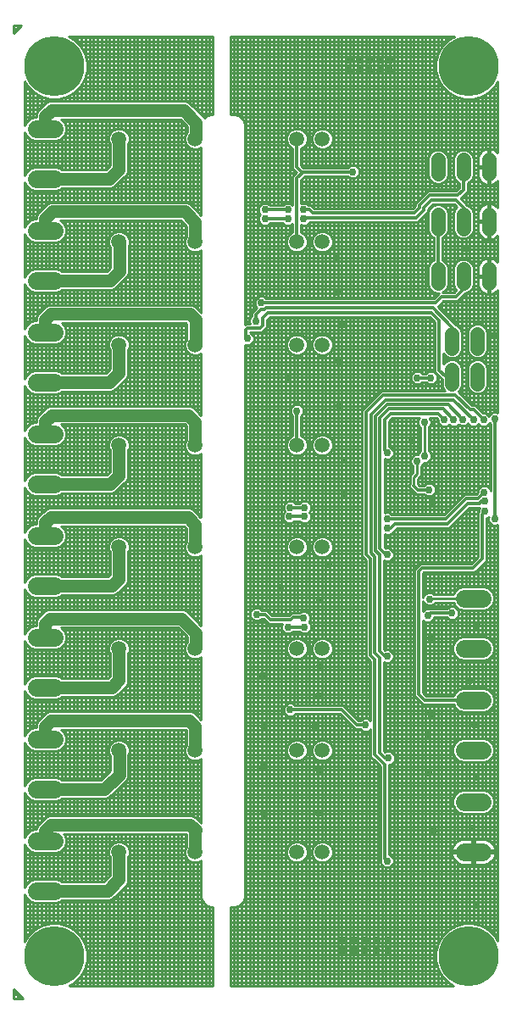
<source format=gbr>
G04 EAGLE Gerber RS-274X export*
G75*
%MOMM*%
%FSLAX34Y34*%
%LPD*%
%INBottom Copper*%
%IPPOS*%
%AMOC8*
5,1,8,0,0,1.08239X$1,22.5*%
G01*
%ADD10C,1.508000*%
%ADD11C,1.800000*%
%ADD12C,1.422400*%
%ADD13C,6.000000*%
%ADD14C,1.008000*%
%ADD15C,0.756400*%
%ADD16C,0.254000*%
%ADD17C,0.304800*%
%ADD18C,1.270000*%


D10*
X105410Y167640D03*
X181610Y167640D03*
X283210Y167640D03*
X308610Y167640D03*
X105410Y269240D03*
X181610Y269240D03*
X283210Y269240D03*
X308610Y269240D03*
X105410Y370840D03*
X181610Y370840D03*
X283210Y370840D03*
X308610Y370840D03*
X105410Y472440D03*
X181610Y472440D03*
X283210Y472440D03*
X308610Y472440D03*
X105410Y66040D03*
X181610Y66040D03*
X283210Y66040D03*
X308610Y66040D03*
X105410Y572770D03*
X181610Y572770D03*
X283210Y572770D03*
X308610Y572770D03*
X105410Y778510D03*
X181610Y778510D03*
X283210Y778510D03*
X308610Y778510D03*
X105410Y675640D03*
X181610Y675640D03*
X283210Y675640D03*
X308610Y675640D03*
D11*
X40750Y77070D02*
X22750Y77070D01*
X22750Y27070D02*
X40750Y27070D01*
X40750Y178670D02*
X22750Y178670D01*
X22750Y128670D02*
X40750Y128670D01*
X40750Y280270D02*
X22750Y280270D01*
X22750Y230270D02*
X40750Y230270D01*
X40750Y381870D02*
X22750Y381870D01*
X22750Y331870D02*
X40750Y331870D01*
X40750Y483470D02*
X22750Y483470D01*
X22750Y433470D02*
X40750Y433470D01*
X40750Y585070D02*
X22750Y585070D01*
X22750Y535070D02*
X40750Y535070D01*
X40750Y788270D02*
X22750Y788270D01*
X22750Y738270D02*
X40750Y738270D01*
X40750Y686670D02*
X22750Y686670D01*
X22750Y636670D02*
X40750Y636670D01*
X450740Y66440D02*
X468740Y66440D01*
X468740Y116440D02*
X450740Y116440D01*
X450740Y168040D02*
X468740Y168040D01*
X468740Y218040D02*
X450740Y218040D01*
X450740Y269640D02*
X468740Y269640D01*
X468740Y319640D02*
X450740Y319640D01*
D12*
X424180Y634238D02*
X424180Y648462D01*
X449580Y648462D02*
X449580Y634238D01*
X474980Y634238D02*
X474980Y648462D01*
X424180Y743458D02*
X424180Y757682D01*
X449580Y757682D02*
X449580Y743458D01*
X474980Y743458D02*
X474980Y757682D01*
X424180Y703072D02*
X424180Y688848D01*
X449580Y688848D02*
X449580Y703072D01*
X474980Y703072D02*
X474980Y688848D01*
X463550Y583692D02*
X463550Y569468D01*
X438150Y569468D02*
X438150Y583692D01*
X463550Y548132D02*
X463550Y533908D01*
X438150Y533908D02*
X438150Y548132D01*
D13*
X40640Y850900D03*
D14*
X40640Y873125D03*
X40640Y828675D03*
X62865Y850900D03*
X18415Y850900D03*
X24765Y866775D03*
X56515Y866775D03*
X56515Y835025D03*
X24765Y835025D03*
D13*
X40640Y-38100D03*
D14*
X40640Y-15875D03*
X40640Y-60325D03*
X62865Y-38100D03*
X18415Y-38100D03*
X24765Y-22225D03*
X56515Y-22225D03*
X56515Y-53975D03*
X24765Y-53975D03*
D13*
X454660Y850900D03*
D14*
X454660Y873125D03*
X454660Y828675D03*
X476885Y850900D03*
X432435Y850900D03*
X438785Y866775D03*
X470535Y866775D03*
X470535Y835025D03*
X438785Y835025D03*
D13*
X454660Y-38100D03*
D14*
X454660Y-15875D03*
X454660Y-60325D03*
X476885Y-38100D03*
X432435Y-38100D03*
X438785Y-22225D03*
X470535Y-22225D03*
X470535Y-53975D03*
X438785Y-53975D03*
D15*
X410921Y461721D03*
D16*
X410921Y495097D01*
X410591Y495427D01*
D15*
X410591Y495427D03*
X415290Y427990D03*
D17*
X403860Y427990D01*
X400050Y431800D01*
D16*
X400050Y440690D01*
X403225Y443865D01*
X403225Y456565D01*
D15*
X403225Y456565D03*
D16*
X374991Y383116D02*
X372375Y383116D01*
X374991Y383116D02*
X377408Y384117D01*
X378665Y385374D01*
X378781Y385374D01*
X383297Y389890D01*
X435482Y389890D01*
X455802Y410210D01*
X465680Y410210D01*
X465595Y410125D01*
X464594Y407708D01*
X464594Y405931D01*
X463804Y405141D01*
X463804Y360575D01*
X457305Y354076D01*
X406505Y354076D01*
X403976Y351547D01*
X400812Y348383D01*
X400812Y221731D01*
X403341Y219202D01*
X408821Y213722D01*
X439763Y213722D01*
X440742Y211359D01*
X444059Y208042D01*
X448394Y206246D01*
X471086Y206246D01*
X475421Y208042D01*
X478738Y211359D01*
X480534Y215694D01*
X480534Y220386D01*
X478738Y224721D01*
X475421Y228038D01*
X471086Y229834D01*
X448394Y229834D01*
X444059Y228038D01*
X440742Y224721D01*
X439763Y222358D01*
X412399Y222358D01*
X409448Y225309D01*
X409448Y297532D01*
X410295Y296685D01*
X412712Y295684D01*
X415328Y295684D01*
X417745Y296685D01*
X419595Y298535D01*
X420401Y300482D01*
X433168Y300482D01*
X434425Y299225D01*
X436842Y298224D01*
X439458Y298224D01*
X441875Y299225D01*
X443725Y301075D01*
X444726Y303492D01*
X444726Y306108D01*
X443725Y308525D01*
X441875Y310375D01*
X439458Y311376D01*
X436842Y311376D01*
X434425Y310375D01*
X433168Y309118D01*
X414771Y309118D01*
X414489Y308836D01*
X412712Y308836D01*
X410295Y307835D01*
X409448Y306988D01*
X409448Y316984D01*
X410251Y315045D01*
X412101Y313195D01*
X414518Y312194D01*
X417134Y312194D01*
X419551Y313195D01*
X421401Y315045D01*
X421621Y315576D01*
X439658Y315576D01*
X440742Y312959D01*
X444059Y309642D01*
X448394Y307846D01*
X471086Y307846D01*
X475421Y309642D01*
X478738Y312959D01*
X480534Y317294D01*
X480534Y321986D01*
X478738Y326321D01*
X475421Y329638D01*
X471086Y331434D01*
X448394Y331434D01*
X444059Y329638D01*
X440742Y326321D01*
X439658Y323704D01*
X420192Y323704D01*
X419551Y324345D01*
X417134Y325346D01*
X414518Y325346D01*
X412101Y324345D01*
X410251Y322495D01*
X409448Y320556D01*
X409448Y344806D01*
X410082Y345440D01*
X460882Y345440D01*
X472440Y356998D01*
X472440Y399824D01*
X472478Y399824D01*
X474886Y400821D01*
X474582Y400088D01*
X474582Y397472D01*
X475583Y395055D01*
X477433Y393205D01*
X479850Y392204D01*
X482466Y392204D01*
X483616Y392680D01*
X483616Y-22665D01*
X480902Y-17964D01*
X474796Y-11858D01*
X467318Y-7541D01*
X458977Y-5306D01*
X450343Y-5306D01*
X442002Y-7541D01*
X434524Y-11858D01*
X428418Y-17964D01*
X424101Y-25442D01*
X421866Y-33783D01*
X421866Y-42417D01*
X424101Y-50758D01*
X428418Y-58236D01*
X434524Y-64342D01*
X439665Y-67310D01*
X217170Y-67310D01*
X217170Y11049D01*
X222059Y11049D01*
X226400Y12847D01*
X229723Y16170D01*
X231521Y20511D01*
X231521Y572897D01*
X232372Y572544D01*
X234988Y572544D01*
X237405Y573545D01*
X239255Y575395D01*
X240256Y577812D01*
X240256Y580428D01*
X239255Y582845D01*
X237405Y584695D01*
X236728Y584975D01*
X236728Y585367D01*
X248574Y585367D01*
X251103Y587897D01*
X253238Y590031D01*
X253238Y591802D01*
X253333Y591898D01*
X253333Y597747D01*
X256297Y600710D01*
X415418Y600710D01*
X421132Y594996D01*
X421132Y545581D01*
X423661Y543052D01*
X428244Y538469D01*
X428244Y531938D01*
X429752Y528297D01*
X431253Y526796D01*
X367826Y526796D01*
X350763Y509733D01*
X348234Y507204D01*
X348234Y361592D01*
X352298Y357528D01*
X352298Y261124D01*
X356870Y256552D01*
X356870Y197260D01*
X355515Y198615D01*
X353098Y199616D01*
X350482Y199616D01*
X348065Y198615D01*
X346808Y197358D01*
X344689Y197358D01*
X329449Y212598D01*
X281362Y212598D01*
X280105Y213855D01*
X277688Y214856D01*
X275072Y214856D01*
X272655Y213855D01*
X270805Y212005D01*
X269804Y209588D01*
X269804Y206972D01*
X270805Y204555D01*
X272655Y202705D01*
X275072Y201704D01*
X277688Y201704D01*
X280105Y202705D01*
X281362Y203962D01*
X325871Y203962D01*
X338582Y191251D01*
X341111Y188722D01*
X346808Y188722D01*
X348065Y187465D01*
X350482Y186464D01*
X353098Y186464D01*
X355515Y187465D01*
X356870Y188820D01*
X356870Y161418D01*
X360114Y158174D01*
X361384Y156904D01*
X366522Y151766D01*
X366522Y57901D01*
X366804Y57619D01*
X366804Y55842D01*
X367805Y53425D01*
X369655Y51575D01*
X372072Y50574D01*
X374688Y50574D01*
X377105Y51575D01*
X378955Y53425D01*
X379956Y55842D01*
X379956Y58458D01*
X378955Y60875D01*
X377105Y62725D01*
X375158Y63531D01*
X375158Y153444D01*
X375958Y153444D01*
X378375Y154445D01*
X380225Y156295D01*
X381226Y158712D01*
X381226Y161328D01*
X380225Y163745D01*
X378375Y165595D01*
X375958Y166596D01*
X373342Y166596D01*
X371241Y165726D01*
X370078Y166889D01*
X370078Y255870D01*
X372072Y255044D01*
X374688Y255044D01*
X377105Y256045D01*
X378955Y257895D01*
X379956Y260312D01*
X379956Y262928D01*
X378955Y265345D01*
X377105Y267195D01*
X374688Y268196D01*
X372072Y268196D01*
X370869Y267698D01*
X370078Y268489D01*
X370078Y357470D01*
X372072Y356644D01*
X374688Y356644D01*
X377105Y357645D01*
X378955Y359495D01*
X379956Y361912D01*
X379956Y364528D01*
X378955Y366945D01*
X377105Y368795D01*
X374688Y369796D01*
X372072Y369796D01*
X371767Y369670D01*
X370586Y370851D01*
X370586Y383857D01*
X372375Y383116D01*
X289786Y505422D02*
X289786Y508038D01*
X288785Y510455D01*
X286935Y512305D01*
X284518Y513306D01*
X281902Y513306D01*
X279485Y512305D01*
X277635Y510455D01*
X276634Y508038D01*
X276634Y505422D01*
X277635Y503005D01*
X278892Y501748D01*
X278892Y481837D01*
X277356Y481201D01*
X274449Y478294D01*
X272876Y474496D01*
X272876Y470384D01*
X274449Y466586D01*
X277356Y463679D01*
X281154Y462106D01*
X285266Y462106D01*
X289064Y463679D01*
X291971Y466586D01*
X293544Y470384D01*
X293544Y474496D01*
X291971Y478294D01*
X289064Y481201D01*
X287528Y481837D01*
X287528Y501748D01*
X288785Y503005D01*
X289786Y505422D01*
X244414Y310106D02*
X246831Y309105D01*
X244414Y310106D02*
X241798Y310106D01*
X239381Y309105D01*
X237531Y307255D01*
X236530Y304838D01*
X236530Y302222D01*
X237531Y299805D01*
X239381Y297955D01*
X241798Y296954D01*
X244414Y296954D01*
X246831Y297955D01*
X248088Y299212D01*
X249671Y299212D01*
X252222Y296661D01*
X254751Y294132D01*
X268570Y294132D01*
X267744Y292138D01*
X267744Y289522D01*
X268745Y287105D01*
X270595Y285255D01*
X273012Y284254D01*
X275628Y284254D01*
X278045Y285255D01*
X279302Y286512D01*
X285848Y286512D01*
X287105Y285255D01*
X289522Y284254D01*
X292138Y284254D01*
X294555Y285255D01*
X296405Y287105D01*
X297406Y289522D01*
X297406Y292138D01*
X296405Y294555D01*
X295191Y295769D01*
X295615Y296193D01*
X296616Y298610D01*
X296616Y301226D01*
X295615Y303643D01*
X293765Y305493D01*
X291348Y306494D01*
X288732Y306494D01*
X286315Y305493D01*
X286130Y305308D01*
X277611Y305308D01*
X275082Y302779D01*
X275071Y302768D01*
X258329Y302768D01*
X253249Y307848D01*
X248088Y307848D01*
X246831Y309105D01*
X269014Y402430D02*
X270015Y404847D01*
X269014Y402430D02*
X269014Y399814D01*
X270015Y397397D01*
X271865Y395547D01*
X274282Y394546D01*
X276898Y394546D01*
X279315Y395547D01*
X280572Y396804D01*
X285848Y396804D01*
X287105Y395547D01*
X289522Y394546D01*
X292138Y394546D01*
X294555Y395547D01*
X296405Y397397D01*
X297406Y399814D01*
X297406Y402430D01*
X296405Y404847D01*
X295586Y405666D01*
X296405Y406485D01*
X297406Y408902D01*
X297406Y411518D01*
X296405Y413935D01*
X294555Y415785D01*
X292138Y416786D01*
X289522Y416786D01*
X287105Y415785D01*
X285848Y414528D01*
X281362Y414528D01*
X280105Y415785D01*
X277688Y416786D01*
X275072Y416786D01*
X272655Y415785D01*
X270805Y413935D01*
X269804Y411518D01*
X269804Y408902D01*
X270805Y406485D01*
X271229Y406061D01*
X270015Y404847D01*
X481509Y65170D02*
X481235Y63440D01*
X481509Y65170D02*
X461010Y65170D01*
X461010Y67710D01*
X481509Y67710D01*
X481235Y69440D01*
X480611Y71357D01*
X479696Y73154D01*
X478511Y74785D01*
X477085Y76211D01*
X475454Y77396D01*
X473657Y78311D01*
X471740Y78935D01*
X469748Y79250D01*
X461010Y79250D01*
X461010Y67710D01*
X458470Y67710D01*
X458470Y79250D01*
X449732Y79250D01*
X447740Y78935D01*
X445823Y78311D01*
X444026Y77396D01*
X442395Y76211D01*
X440969Y74785D01*
X439784Y73154D01*
X438869Y71357D01*
X438245Y69440D01*
X437971Y67710D01*
X458470Y67710D01*
X458470Y65170D01*
X437971Y65170D01*
X438245Y63440D01*
X438869Y61523D01*
X439784Y59726D01*
X440969Y58095D01*
X442395Y56669D01*
X444026Y55484D01*
X445823Y54569D01*
X447740Y53945D01*
X449732Y53630D01*
X458470Y53630D01*
X458470Y65170D01*
X461010Y65170D01*
X461010Y53630D01*
X469748Y53630D01*
X471740Y53945D01*
X473657Y54569D01*
X475454Y55484D01*
X477085Y56669D01*
X478511Y58095D01*
X479696Y59726D01*
X480611Y61523D01*
X481235Y63440D01*
X318944Y570714D02*
X318944Y574826D01*
X317371Y578624D01*
X314464Y581531D01*
X310666Y583104D01*
X306554Y583104D01*
X302756Y581531D01*
X299849Y578624D01*
X298276Y574826D01*
X298276Y570714D01*
X299849Y566916D01*
X302756Y564009D01*
X306554Y562436D01*
X310666Y562436D01*
X314464Y564009D01*
X317371Y566916D01*
X318944Y570714D01*
X293544Y570714D02*
X293544Y574826D01*
X291971Y578624D01*
X289064Y581531D01*
X285266Y583104D01*
X281154Y583104D01*
X277356Y581531D01*
X274449Y578624D01*
X272876Y574826D01*
X272876Y570714D01*
X274449Y566916D01*
X277356Y564009D01*
X281154Y562436D01*
X285266Y562436D01*
X289064Y564009D01*
X291971Y566916D01*
X293544Y570714D01*
X318944Y68096D02*
X318944Y63984D01*
X318944Y68096D02*
X317371Y71894D01*
X314464Y74801D01*
X310666Y76374D01*
X306554Y76374D01*
X302756Y74801D01*
X299849Y71894D01*
X298276Y68096D01*
X298276Y63984D01*
X299849Y60186D01*
X302756Y57279D01*
X306554Y55706D01*
X310666Y55706D01*
X314464Y57279D01*
X317371Y60186D01*
X318944Y63984D01*
X293544Y63984D02*
X293544Y68096D01*
X291971Y71894D01*
X289064Y74801D01*
X285266Y76374D01*
X281154Y76374D01*
X277356Y74801D01*
X274449Y71894D01*
X272876Y68096D01*
X272876Y63984D01*
X274449Y60186D01*
X277356Y57279D01*
X281154Y55706D01*
X285266Y55706D01*
X289064Y57279D01*
X291971Y60186D01*
X293544Y63984D01*
X318944Y470384D02*
X318944Y474496D01*
X317371Y478294D01*
X314464Y481201D01*
X310666Y482774D01*
X306554Y482774D01*
X302756Y481201D01*
X299849Y478294D01*
X298276Y474496D01*
X298276Y470384D01*
X299849Y466586D01*
X302756Y463679D01*
X306554Y462106D01*
X310666Y462106D01*
X314464Y463679D01*
X317371Y466586D01*
X318944Y470384D01*
X318944Y372896D02*
X318944Y368784D01*
X318944Y372896D02*
X317371Y376694D01*
X314464Y379601D01*
X310666Y381174D01*
X306554Y381174D01*
X302756Y379601D01*
X299849Y376694D01*
X298276Y372896D01*
X298276Y368784D01*
X299849Y364986D01*
X302756Y362079D01*
X306554Y360506D01*
X310666Y360506D01*
X314464Y362079D01*
X317371Y364986D01*
X318944Y368784D01*
X293544Y368784D02*
X293544Y372896D01*
X291971Y376694D01*
X289064Y379601D01*
X285266Y381174D01*
X281154Y381174D01*
X277356Y379601D01*
X274449Y376694D01*
X272876Y372896D01*
X272876Y368784D01*
X274449Y364986D01*
X277356Y362079D01*
X281154Y360506D01*
X285266Y360506D01*
X289064Y362079D01*
X291971Y364986D01*
X293544Y368784D01*
X318944Y271296D02*
X318944Y267184D01*
X318944Y271296D02*
X317371Y275094D01*
X314464Y278001D01*
X310666Y279574D01*
X306554Y279574D01*
X302756Y278001D01*
X299849Y275094D01*
X298276Y271296D01*
X298276Y267184D01*
X299849Y263386D01*
X302756Y260479D01*
X306554Y258906D01*
X310666Y258906D01*
X314464Y260479D01*
X317371Y263386D01*
X318944Y267184D01*
X293544Y267184D02*
X293544Y271296D01*
X291971Y275094D01*
X289064Y278001D01*
X285266Y279574D01*
X281154Y279574D01*
X277356Y278001D01*
X274449Y275094D01*
X272876Y271296D01*
X272876Y267184D01*
X274449Y263386D01*
X277356Y260479D01*
X281154Y258906D01*
X285266Y258906D01*
X289064Y260479D01*
X291971Y263386D01*
X293544Y267184D01*
X318944Y169696D02*
X318944Y165584D01*
X318944Y169696D02*
X317371Y173494D01*
X314464Y176401D01*
X310666Y177974D01*
X306554Y177974D01*
X302756Y176401D01*
X299849Y173494D01*
X298276Y169696D01*
X298276Y165584D01*
X299849Y161786D01*
X302756Y158879D01*
X306554Y157306D01*
X310666Y157306D01*
X314464Y158879D01*
X317371Y161786D01*
X318944Y165584D01*
X293544Y165584D02*
X293544Y169696D01*
X291971Y173494D01*
X289064Y176401D01*
X285266Y177974D01*
X281154Y177974D01*
X277356Y176401D01*
X274449Y173494D01*
X272876Y169696D01*
X272876Y165584D01*
X274449Y161786D01*
X277356Y158879D01*
X281154Y157306D01*
X285266Y157306D01*
X289064Y158879D01*
X291971Y161786D01*
X293544Y165584D01*
X448394Y128234D02*
X471086Y128234D01*
X448394Y128234D02*
X444059Y126438D01*
X440742Y123121D01*
X438946Y118786D01*
X438946Y114094D01*
X440742Y109759D01*
X444059Y106442D01*
X448394Y104646D01*
X471086Y104646D01*
X475421Y106442D01*
X478738Y109759D01*
X480534Y114094D01*
X480534Y118786D01*
X478738Y123121D01*
X475421Y126438D01*
X471086Y128234D01*
X471086Y179834D02*
X448394Y179834D01*
X444059Y178038D01*
X440742Y174721D01*
X438946Y170386D01*
X438946Y165694D01*
X440742Y161359D01*
X444059Y158042D01*
X448394Y156246D01*
X471086Y156246D01*
X475421Y158042D01*
X478738Y161359D01*
X480534Y165694D01*
X480534Y170386D01*
X478738Y174721D01*
X475421Y178038D01*
X471086Y179834D01*
X471086Y281434D02*
X448394Y281434D01*
X444059Y279638D01*
X440742Y276321D01*
X438946Y271986D01*
X438946Y267294D01*
X440742Y262959D01*
X444059Y259642D01*
X448394Y257846D01*
X471086Y257846D01*
X475421Y259642D01*
X478738Y262959D01*
X480534Y267294D01*
X480534Y271986D01*
X478738Y276321D01*
X475421Y279638D01*
X471086Y281434D01*
X407105Y545325D02*
X404688Y546326D01*
X402072Y546326D01*
X399655Y545325D01*
X397805Y543475D01*
X396804Y541058D01*
X396804Y538442D01*
X397805Y536025D01*
X399655Y534175D01*
X402072Y533174D01*
X404688Y533174D01*
X407105Y534175D01*
X408362Y535432D01*
X412058Y535432D01*
X413315Y534175D01*
X415732Y533174D01*
X418348Y533174D01*
X420765Y534175D01*
X422615Y536025D01*
X423616Y538442D01*
X423616Y541058D01*
X422615Y543475D01*
X420765Y545325D01*
X418348Y546326D01*
X415732Y546326D01*
X413315Y545325D01*
X412058Y544068D01*
X408362Y544068D01*
X407105Y545325D01*
X466175Y492265D02*
X468592Y491264D01*
X471208Y491264D01*
X473625Y492265D01*
X475475Y494115D01*
X475782Y494857D01*
X476762Y493878D01*
X476762Y427227D01*
X475955Y429175D01*
X474105Y431025D01*
X471688Y432026D01*
X469072Y432026D01*
X466655Y431025D01*
X464805Y429175D01*
X463804Y426758D01*
X463804Y424981D01*
X462241Y423418D01*
X450331Y423418D01*
X430011Y403098D01*
X378080Y403098D01*
X376823Y404355D01*
X374406Y405356D01*
X371790Y405356D01*
X370586Y404857D01*
X370586Y458860D01*
X372072Y458244D01*
X374688Y458244D01*
X377105Y459245D01*
X378955Y461095D01*
X379956Y463512D01*
X379956Y466128D01*
X378955Y468545D01*
X377105Y470395D01*
X375158Y471201D01*
X375158Y496051D01*
X378979Y499872D01*
X405736Y499872D01*
X405016Y499152D01*
X404015Y496735D01*
X404015Y494119D01*
X405016Y491702D01*
X406857Y489861D01*
X406857Y466957D01*
X405346Y465446D01*
X404392Y463141D01*
X401917Y463141D01*
X399500Y462140D01*
X397650Y460290D01*
X396649Y457873D01*
X396649Y455257D01*
X397650Y452840D01*
X399161Y451329D01*
X399161Y445548D01*
X395986Y442373D01*
X395986Y433843D01*
X395732Y433589D01*
X395732Y430011D01*
X402071Y423672D01*
X410308Y423672D01*
X411565Y422415D01*
X413982Y421414D01*
X416598Y421414D01*
X419015Y422415D01*
X420865Y424265D01*
X421866Y426682D01*
X421866Y429298D01*
X420865Y431715D01*
X419015Y433565D01*
X416598Y434566D01*
X413982Y434566D01*
X411565Y433565D01*
X410308Y432308D01*
X405649Y432308D01*
X404114Y433843D01*
X404114Y439007D01*
X404908Y439801D01*
X407289Y442182D01*
X407289Y451329D01*
X408800Y452840D01*
X409755Y455145D01*
X412229Y455145D01*
X414646Y456146D01*
X416496Y457996D01*
X417497Y460413D01*
X417497Y463029D01*
X416496Y465446D01*
X414985Y466957D01*
X414985Y490521D01*
X416166Y491702D01*
X417167Y494119D01*
X417167Y496735D01*
X416166Y499152D01*
X415446Y499872D01*
X422391Y499872D01*
X423954Y498309D01*
X423954Y496532D01*
X424955Y494115D01*
X426805Y492265D01*
X429222Y491264D01*
X431838Y491264D01*
X434255Y492265D01*
X435215Y493225D01*
X436175Y492265D01*
X438592Y491264D01*
X441208Y491264D01*
X443625Y492265D01*
X444730Y493370D01*
X445263Y492836D01*
X447680Y491835D01*
X450296Y491835D01*
X452713Y492836D01*
X454114Y494238D01*
X454165Y494115D01*
X456015Y492265D01*
X458432Y491264D01*
X461048Y491264D01*
X463465Y492265D01*
X464820Y493620D01*
X466175Y492265D01*
X439674Y632268D02*
X439674Y650432D01*
X439674Y632268D02*
X441182Y628627D01*
X442316Y627493D01*
X440171Y625348D01*
X428603Y625348D01*
X429791Y625840D01*
X432578Y628627D01*
X434086Y632268D01*
X434086Y650432D01*
X432578Y654073D01*
X429791Y656860D01*
X428498Y657396D01*
X428498Y679914D01*
X429791Y680450D01*
X432578Y683237D01*
X434086Y686878D01*
X434086Y705042D01*
X432578Y708683D01*
X429791Y711470D01*
X426150Y712978D01*
X422210Y712978D01*
X418569Y711470D01*
X415782Y708683D01*
X414528Y705655D01*
X414528Y708141D01*
X419619Y713232D01*
X440171Y713232D01*
X442951Y710452D01*
X441182Y708683D01*
X439674Y705042D01*
X439674Y686878D01*
X441182Y683237D01*
X443969Y680450D01*
X447610Y678942D01*
X451550Y678942D01*
X455191Y680450D01*
X457978Y683237D01*
X459486Y686878D01*
X459486Y705042D01*
X457978Y708683D01*
X455191Y711470D01*
X453408Y712209D01*
X446797Y718820D01*
X448310Y720333D01*
X453898Y725921D01*
X453898Y734524D01*
X455191Y735060D01*
X457978Y737847D01*
X459486Y741488D01*
X459486Y759652D01*
X457978Y763293D01*
X455191Y766080D01*
X451550Y767588D01*
X447610Y767588D01*
X443969Y766080D01*
X441182Y763293D01*
X439674Y759652D01*
X439674Y741488D01*
X441182Y737847D01*
X443969Y735060D01*
X445262Y734524D01*
X445262Y729499D01*
X442203Y726440D01*
X414148Y726440D01*
X411618Y723911D01*
X411618Y723911D01*
X401320Y713612D01*
X401320Y711072D01*
X398908Y708660D01*
X300747Y708660D01*
X297501Y711906D01*
X295022Y711906D01*
X293765Y713163D01*
X291348Y714164D01*
X288732Y714164D01*
X287528Y713665D01*
X287528Y737351D01*
X291349Y741172D01*
X334108Y741172D01*
X335365Y739915D01*
X337782Y738914D01*
X340398Y738914D01*
X342815Y739915D01*
X344665Y741765D01*
X345666Y744182D01*
X345666Y746798D01*
X344665Y749215D01*
X342815Y751065D01*
X340398Y752066D01*
X337782Y752066D01*
X335365Y751065D01*
X334108Y749808D01*
X290079Y749808D01*
X287528Y752359D01*
X287528Y769113D01*
X289064Y769749D01*
X291971Y772656D01*
X293544Y776454D01*
X293544Y780566D01*
X291971Y784364D01*
X289064Y787271D01*
X285266Y788844D01*
X281154Y788844D01*
X277356Y787271D01*
X274449Y784364D01*
X272876Y780566D01*
X272876Y776454D01*
X274449Y772656D01*
X277356Y769749D01*
X278892Y769113D01*
X278892Y748781D01*
X282818Y744855D01*
X281421Y743458D01*
X281421Y743458D01*
X278892Y740929D01*
X278892Y712316D01*
X278045Y713163D01*
X275628Y714164D01*
X273012Y714164D01*
X270595Y713163D01*
X269338Y711906D01*
X256442Y711906D01*
X255185Y713163D01*
X252768Y714164D01*
X250152Y714164D01*
X247735Y713163D01*
X245885Y711313D01*
X244884Y708896D01*
X244884Y706280D01*
X245885Y703863D01*
X246704Y703044D01*
X245885Y702225D01*
X244884Y699808D01*
X244884Y697192D01*
X245885Y694775D01*
X247735Y692925D01*
X250152Y691924D01*
X252768Y691924D01*
X255185Y692925D01*
X256442Y694182D01*
X269338Y694182D01*
X270595Y692925D01*
X273012Y691924D01*
X275628Y691924D01*
X278045Y692925D01*
X278892Y693772D01*
X278892Y685037D01*
X277356Y684401D01*
X274449Y681494D01*
X272876Y677696D01*
X272876Y673584D01*
X274449Y669786D01*
X277356Y666879D01*
X281154Y665306D01*
X285266Y665306D01*
X289064Y666879D01*
X291971Y669786D01*
X293544Y673584D01*
X293544Y677696D01*
X291971Y681494D01*
X289064Y684401D01*
X287528Y685037D01*
X287528Y692423D01*
X288732Y691924D01*
X291348Y691924D01*
X293765Y692925D01*
X295615Y694775D01*
X295895Y695452D01*
X404379Y695452D01*
X411999Y703072D01*
X414490Y705563D01*
X414274Y705042D01*
X414274Y686878D01*
X415782Y683237D01*
X418569Y680450D01*
X419862Y679914D01*
X419862Y657396D01*
X418569Y656860D01*
X415782Y654073D01*
X414274Y650432D01*
X414274Y632268D01*
X415782Y628627D01*
X418569Y625840D01*
X422210Y624332D01*
X425185Y624332D01*
X419851Y618998D01*
X252660Y618998D01*
X251403Y620255D01*
X248986Y621256D01*
X246370Y621256D01*
X243953Y620255D01*
X242103Y618405D01*
X241102Y615988D01*
X241102Y613372D01*
X242103Y610955D01*
X243136Y609922D01*
X240397Y607183D01*
X237867Y604654D01*
X237867Y601497D01*
X236611Y600240D01*
X235609Y597823D01*
X235609Y595207D01*
X236108Y594003D01*
X232297Y594003D01*
X231521Y593228D01*
X231521Y793559D01*
X229723Y797900D01*
X226400Y801223D01*
X222059Y803021D01*
X217170Y803021D01*
X217170Y880618D01*
X440545Y880618D01*
X434524Y877142D01*
X428418Y871036D01*
X424101Y863558D01*
X421866Y855217D01*
X421866Y846583D01*
X424101Y838242D01*
X428418Y830764D01*
X434524Y824658D01*
X442002Y820341D01*
X450343Y818106D01*
X458977Y818106D01*
X467318Y820341D01*
X474796Y824658D01*
X480902Y830764D01*
X483616Y835465D01*
X483616Y764377D01*
X483311Y764797D01*
X482095Y766013D01*
X480704Y767023D01*
X479173Y767804D01*
X477538Y768335D01*
X475996Y768579D01*
X475996Y751586D01*
X473964Y751586D01*
X473964Y768579D01*
X472422Y768335D01*
X470787Y767804D01*
X469256Y767023D01*
X467865Y766013D01*
X466649Y764797D01*
X465639Y763406D01*
X464858Y761875D01*
X464327Y760240D01*
X464058Y758542D01*
X464058Y751586D01*
X473964Y751586D01*
X473964Y749554D01*
X464058Y749554D01*
X464058Y742598D01*
X464327Y740900D01*
X464858Y739265D01*
X465639Y737734D01*
X466649Y736343D01*
X467865Y735127D01*
X469256Y734117D01*
X470787Y733336D01*
X472422Y732805D01*
X473964Y732561D01*
X473964Y749554D01*
X475996Y749554D01*
X475996Y732561D01*
X477538Y732805D01*
X479173Y733336D01*
X480704Y734117D01*
X482095Y735127D01*
X483311Y736343D01*
X483616Y736763D01*
X483616Y709767D01*
X483311Y710187D01*
X482095Y711403D01*
X480704Y712413D01*
X479173Y713194D01*
X477538Y713725D01*
X475996Y713969D01*
X475996Y696976D01*
X473964Y696976D01*
X473964Y713969D01*
X472422Y713725D01*
X470787Y713194D01*
X469256Y712413D01*
X467865Y711403D01*
X466649Y710187D01*
X465639Y708796D01*
X464858Y707265D01*
X464327Y705630D01*
X464058Y703932D01*
X464058Y696976D01*
X473964Y696976D01*
X473964Y694944D01*
X464058Y694944D01*
X464058Y687988D01*
X464327Y686290D01*
X464858Y684655D01*
X465639Y683124D01*
X466649Y681733D01*
X467865Y680517D01*
X469256Y679507D01*
X470787Y678726D01*
X472422Y678195D01*
X473964Y677951D01*
X473964Y694944D01*
X475996Y694944D01*
X475996Y677951D01*
X477538Y678195D01*
X479173Y678726D01*
X480704Y679507D01*
X482095Y680517D01*
X483311Y681733D01*
X483616Y682153D01*
X483616Y655157D01*
X483311Y655577D01*
X482095Y656793D01*
X480704Y657803D01*
X479173Y658584D01*
X477538Y659115D01*
X475996Y659359D01*
X475996Y642366D01*
X473964Y642366D01*
X473964Y659359D01*
X472422Y659115D01*
X470787Y658584D01*
X469256Y657803D01*
X467865Y656793D01*
X466649Y655577D01*
X465639Y654186D01*
X464858Y652655D01*
X464327Y651020D01*
X464058Y649322D01*
X464058Y642366D01*
X473964Y642366D01*
X473964Y640334D01*
X464058Y640334D01*
X464058Y633378D01*
X464327Y631680D01*
X464858Y630045D01*
X465639Y628514D01*
X466649Y627123D01*
X467865Y625907D01*
X469256Y624897D01*
X470787Y624116D01*
X472422Y623585D01*
X473964Y623341D01*
X473964Y640334D01*
X475996Y640334D01*
X475996Y623341D01*
X477538Y623585D01*
X479173Y624116D01*
X480704Y624897D01*
X482095Y625907D01*
X483311Y627123D01*
X483616Y627543D01*
X483616Y504927D01*
X482388Y505436D01*
X479772Y505436D01*
X477355Y504434D01*
X475505Y502585D01*
X475197Y501843D01*
X473625Y503415D01*
X471208Y504416D01*
X469431Y504416D01*
X464058Y509789D01*
X461529Y512318D01*
X457834Y512318D01*
X445886Y524267D01*
X444202Y525951D01*
X446548Y528297D01*
X448056Y531938D01*
X448056Y550102D01*
X446548Y553743D01*
X443761Y556530D01*
X440120Y558038D01*
X436180Y558038D01*
X432539Y556530D01*
X429768Y553759D01*
X429768Y563841D01*
X432539Y561070D01*
X436180Y559562D01*
X440120Y559562D01*
X443761Y561070D01*
X446548Y563857D01*
X448056Y567498D01*
X448056Y585662D01*
X446548Y589303D01*
X443761Y592090D01*
X441978Y592829D01*
X423937Y610870D01*
X429779Y616712D01*
X443749Y616712D01*
X451369Y624332D01*
X451550Y624332D01*
X455191Y625840D01*
X457978Y628627D01*
X459486Y632268D01*
X459486Y650432D01*
X457978Y654073D01*
X455191Y656860D01*
X451550Y658368D01*
X447610Y658368D01*
X443969Y656860D01*
X441182Y654073D01*
X439674Y650432D01*
X453644Y550102D02*
X453644Y531938D01*
X455152Y528297D01*
X457939Y525510D01*
X461580Y524002D01*
X465520Y524002D01*
X469161Y525510D01*
X471948Y528297D01*
X473456Y531938D01*
X473456Y550102D01*
X471948Y553743D01*
X469161Y556530D01*
X465520Y558038D01*
X461580Y558038D01*
X457939Y556530D01*
X455152Y553743D01*
X453644Y550102D01*
X453644Y567498D02*
X453644Y585662D01*
X453644Y567498D02*
X455152Y563857D01*
X457939Y561070D01*
X461580Y559562D01*
X465520Y559562D01*
X469161Y561070D01*
X471948Y563857D01*
X473456Y567498D01*
X473456Y585662D01*
X471948Y589303D01*
X469161Y592090D01*
X465520Y593598D01*
X461580Y593598D01*
X457939Y592090D01*
X455152Y589303D01*
X453644Y585662D01*
X414274Y741488D02*
X414274Y759652D01*
X414274Y741488D02*
X415782Y737847D01*
X418569Y735060D01*
X422210Y733552D01*
X426150Y733552D01*
X429791Y735060D01*
X432578Y737847D01*
X434086Y741488D01*
X434086Y759652D01*
X432578Y763293D01*
X429791Y766080D01*
X426150Y767588D01*
X422210Y767588D01*
X418569Y766080D01*
X415782Y763293D01*
X414274Y759652D01*
X318944Y677696D02*
X318944Y673584D01*
X318944Y677696D02*
X317371Y681494D01*
X314464Y684401D01*
X310666Y685974D01*
X306554Y685974D01*
X302756Y684401D01*
X299849Y681494D01*
X298276Y677696D01*
X298276Y673584D01*
X299849Y669786D01*
X302756Y666879D01*
X306554Y665306D01*
X310666Y665306D01*
X314464Y666879D01*
X317371Y669786D01*
X318944Y673584D01*
X318944Y776454D02*
X318944Y780566D01*
X317371Y784364D01*
X314464Y787271D01*
X310666Y788844D01*
X306554Y788844D01*
X302756Y787271D01*
X299849Y784364D01*
X298276Y780566D01*
X298276Y776454D01*
X299849Y772656D01*
X302756Y769749D01*
X306554Y768176D01*
X310666Y768176D01*
X314464Y769749D01*
X317371Y772656D01*
X318944Y776454D01*
X217170Y-64000D02*
X434182Y-64000D01*
X430182Y-60000D02*
X217170Y-60000D01*
X217170Y-56000D02*
X427127Y-56000D01*
X424818Y-52000D02*
X217170Y-52000D01*
X217170Y-48000D02*
X423362Y-48000D01*
X422290Y-44000D02*
X217170Y-44000D01*
X217170Y-40000D02*
X421866Y-40000D01*
X421866Y-36000D02*
X217170Y-36000D01*
X217170Y-32000D02*
X422344Y-32000D01*
X423415Y-28000D02*
X217170Y-28000D01*
X217170Y-24000D02*
X424933Y-24000D01*
X427243Y-20000D02*
X217170Y-20000D01*
X482077Y-20000D02*
X483616Y-20000D01*
X430382Y-16000D02*
X217170Y-16000D01*
X478938Y-16000D02*
X483616Y-16000D01*
X434382Y-12000D02*
X217170Y-12000D01*
X474938Y-12000D02*
X483616Y-12000D01*
X441207Y-8000D02*
X217170Y-8000D01*
X468113Y-8000D02*
X483616Y-8000D01*
X483616Y-4000D02*
X217170Y-4000D01*
X217170Y0D02*
X483616Y0D01*
X483616Y4000D02*
X217170Y4000D01*
X217170Y8000D02*
X483616Y8000D01*
X483616Y12000D02*
X224355Y12000D01*
X229553Y16000D02*
X483616Y16000D01*
X483616Y20000D02*
X231309Y20000D01*
X231521Y24000D02*
X483616Y24000D01*
X483616Y28000D02*
X231521Y28000D01*
X231521Y32000D02*
X483616Y32000D01*
X483616Y36000D02*
X231521Y36000D01*
X231521Y40000D02*
X483616Y40000D01*
X483616Y44000D02*
X231521Y44000D01*
X231521Y48000D02*
X483616Y48000D01*
X369230Y52000D02*
X231521Y52000D01*
X377530Y52000D02*
X483616Y52000D01*
X280445Y56000D02*
X231521Y56000D01*
X285975Y56000D02*
X305845Y56000D01*
X311375Y56000D02*
X366804Y56000D01*
X379956Y56000D02*
X443316Y56000D01*
X458470Y56000D02*
X461010Y56000D01*
X476164Y56000D02*
X483616Y56000D01*
X274636Y60000D02*
X231521Y60000D01*
X291784Y60000D02*
X300036Y60000D01*
X317184Y60000D02*
X366522Y60000D01*
X379317Y60000D02*
X439644Y60000D01*
X458470Y60000D02*
X461010Y60000D01*
X479836Y60000D02*
X483616Y60000D01*
X272876Y64000D02*
X231521Y64000D01*
X293544Y64000D02*
X298276Y64000D01*
X318944Y64000D02*
X366522Y64000D01*
X375158Y64000D02*
X438157Y64000D01*
X458470Y64000D02*
X461010Y64000D01*
X481323Y64000D02*
X483616Y64000D01*
X272876Y68000D02*
X231521Y68000D01*
X293544Y68000D02*
X298276Y68000D01*
X318944Y68000D02*
X366522Y68000D01*
X375158Y68000D02*
X438017Y68000D01*
X458470Y68000D02*
X461010Y68000D01*
X481463Y68000D02*
X483616Y68000D01*
X274556Y72000D02*
X231521Y72000D01*
X291864Y72000D02*
X299956Y72000D01*
X317264Y72000D02*
X366522Y72000D01*
X375158Y72000D02*
X439196Y72000D01*
X458470Y72000D02*
X461010Y72000D01*
X480284Y72000D02*
X483616Y72000D01*
X280252Y76000D02*
X231521Y76000D01*
X286168Y76000D02*
X305652Y76000D01*
X311568Y76000D02*
X366522Y76000D01*
X375158Y76000D02*
X442184Y76000D01*
X458470Y76000D02*
X461010Y76000D01*
X477296Y76000D02*
X483616Y76000D01*
X366522Y80000D02*
X231521Y80000D01*
X375158Y80000D02*
X483616Y80000D01*
X366522Y84000D02*
X231521Y84000D01*
X375158Y84000D02*
X483616Y84000D01*
X366522Y88000D02*
X231521Y88000D01*
X375158Y88000D02*
X483616Y88000D01*
X366522Y92000D02*
X231521Y92000D01*
X375158Y92000D02*
X483616Y92000D01*
X366522Y96000D02*
X231521Y96000D01*
X375158Y96000D02*
X483616Y96000D01*
X366522Y100000D02*
X231521Y100000D01*
X375158Y100000D02*
X483616Y100000D01*
X366522Y104000D02*
X231521Y104000D01*
X375158Y104000D02*
X483616Y104000D01*
X366522Y108000D02*
X231521Y108000D01*
X375158Y108000D02*
X442501Y108000D01*
X476979Y108000D02*
X483616Y108000D01*
X366522Y112000D02*
X231521Y112000D01*
X375158Y112000D02*
X439813Y112000D01*
X479667Y112000D02*
X483616Y112000D01*
X366522Y116000D02*
X231521Y116000D01*
X375158Y116000D02*
X438946Y116000D01*
X480534Y116000D02*
X483616Y116000D01*
X366522Y120000D02*
X231521Y120000D01*
X375158Y120000D02*
X439449Y120000D01*
X480031Y120000D02*
X483616Y120000D01*
X366522Y124000D02*
X231521Y124000D01*
X375158Y124000D02*
X441621Y124000D01*
X477859Y124000D02*
X483616Y124000D01*
X366522Y128000D02*
X231521Y128000D01*
X375158Y128000D02*
X447829Y128000D01*
X471651Y128000D02*
X483616Y128000D01*
X366522Y132000D02*
X231521Y132000D01*
X375158Y132000D02*
X483616Y132000D01*
X366522Y136000D02*
X231521Y136000D01*
X375158Y136000D02*
X483616Y136000D01*
X366522Y140000D02*
X231521Y140000D01*
X375158Y140000D02*
X483616Y140000D01*
X366522Y144000D02*
X231521Y144000D01*
X375158Y144000D02*
X483616Y144000D01*
X366522Y148000D02*
X231521Y148000D01*
X375158Y148000D02*
X483616Y148000D01*
X366288Y152000D02*
X231521Y152000D01*
X375158Y152000D02*
X483616Y152000D01*
X362288Y156000D02*
X231521Y156000D01*
X379930Y156000D02*
X483616Y156000D01*
X276236Y160000D02*
X231521Y160000D01*
X290184Y160000D02*
X301636Y160000D01*
X315584Y160000D02*
X358288Y160000D01*
X381226Y160000D02*
X442101Y160000D01*
X477379Y160000D02*
X483616Y160000D01*
X273532Y164000D02*
X231521Y164000D01*
X292888Y164000D02*
X298932Y164000D01*
X318288Y164000D02*
X356870Y164000D01*
X379970Y164000D02*
X439648Y164000D01*
X479832Y164000D02*
X483616Y164000D01*
X272876Y168000D02*
X231521Y168000D01*
X293544Y168000D02*
X298276Y168000D01*
X318944Y168000D02*
X356870Y168000D01*
X370078Y168000D02*
X438946Y168000D01*
X480534Y168000D02*
X483616Y168000D01*
X273831Y172000D02*
X231521Y172000D01*
X292589Y172000D02*
X299231Y172000D01*
X317989Y172000D02*
X356870Y172000D01*
X370078Y172000D02*
X439615Y172000D01*
X479865Y172000D02*
X483616Y172000D01*
X276956Y176000D02*
X231521Y176000D01*
X289464Y176000D02*
X302356Y176000D01*
X314864Y176000D02*
X356870Y176000D01*
X370078Y176000D02*
X442021Y176000D01*
X477459Y176000D02*
X483616Y176000D01*
X356870Y180000D02*
X231521Y180000D01*
X370078Y180000D02*
X483616Y180000D01*
X356870Y184000D02*
X231521Y184000D01*
X370078Y184000D02*
X483616Y184000D01*
X347530Y188000D02*
X231521Y188000D01*
X356050Y188000D02*
X356870Y188000D01*
X370078Y188000D02*
X483616Y188000D01*
X337833Y192000D02*
X231521Y192000D01*
X370078Y192000D02*
X483616Y192000D01*
X333833Y196000D02*
X231521Y196000D01*
X370078Y196000D02*
X483616Y196000D01*
X329833Y200000D02*
X231521Y200000D01*
X342047Y200000D02*
X356870Y200000D01*
X370078Y200000D02*
X483616Y200000D01*
X271360Y204000D02*
X231521Y204000D01*
X338047Y204000D02*
X356870Y204000D01*
X370078Y204000D02*
X483616Y204000D01*
X269804Y208000D02*
X231521Y208000D01*
X334047Y208000D02*
X356870Y208000D01*
X370078Y208000D02*
X444159Y208000D01*
X475320Y208000D02*
X483616Y208000D01*
X270803Y212000D02*
X231521Y212000D01*
X330047Y212000D02*
X356870Y212000D01*
X370078Y212000D02*
X440476Y212000D01*
X479004Y212000D02*
X483616Y212000D01*
X356870Y216000D02*
X231521Y216000D01*
X370078Y216000D02*
X406543Y216000D01*
X480534Y216000D02*
X483616Y216000D01*
X356870Y220000D02*
X231521Y220000D01*
X370078Y220000D02*
X402543Y220000D01*
X480534Y220000D02*
X483616Y220000D01*
X356870Y224000D02*
X231521Y224000D01*
X370078Y224000D02*
X400812Y224000D01*
X410757Y224000D02*
X440443Y224000D01*
X479037Y224000D02*
X483616Y224000D01*
X356870Y228000D02*
X231521Y228000D01*
X370078Y228000D02*
X400812Y228000D01*
X409448Y228000D02*
X444021Y228000D01*
X475459Y228000D02*
X483616Y228000D01*
X356870Y232000D02*
X231521Y232000D01*
X370078Y232000D02*
X400812Y232000D01*
X409448Y232000D02*
X483616Y232000D01*
X356870Y236000D02*
X231521Y236000D01*
X370078Y236000D02*
X400812Y236000D01*
X409448Y236000D02*
X483616Y236000D01*
X356870Y240000D02*
X231521Y240000D01*
X370078Y240000D02*
X400812Y240000D01*
X409448Y240000D02*
X483616Y240000D01*
X356870Y244000D02*
X231521Y244000D01*
X370078Y244000D02*
X400812Y244000D01*
X409448Y244000D02*
X483616Y244000D01*
X356870Y248000D02*
X231521Y248000D01*
X370078Y248000D02*
X400812Y248000D01*
X409448Y248000D02*
X483616Y248000D01*
X356870Y252000D02*
X231521Y252000D01*
X370078Y252000D02*
X400812Y252000D01*
X409448Y252000D02*
X483616Y252000D01*
X356870Y256000D02*
X231521Y256000D01*
X376996Y256000D02*
X400812Y256000D01*
X409448Y256000D02*
X483616Y256000D01*
X278513Y260000D02*
X231521Y260000D01*
X287907Y260000D02*
X303913Y260000D01*
X313307Y260000D02*
X353422Y260000D01*
X379827Y260000D02*
X400812Y260000D01*
X409448Y260000D02*
X443701Y260000D01*
X475779Y260000D02*
X483616Y260000D01*
X274195Y264000D02*
X231521Y264000D01*
X292225Y264000D02*
X299595Y264000D01*
X317625Y264000D02*
X352298Y264000D01*
X379512Y264000D02*
X400812Y264000D01*
X409448Y264000D02*
X440310Y264000D01*
X479170Y264000D02*
X483616Y264000D01*
X272876Y268000D02*
X231521Y268000D01*
X293544Y268000D02*
X298276Y268000D01*
X318944Y268000D02*
X352298Y268000D01*
X370567Y268000D02*
X371599Y268000D01*
X375161Y268000D02*
X400812Y268000D01*
X409448Y268000D02*
X438946Y268000D01*
X480534Y268000D02*
X483616Y268000D01*
X273168Y272000D02*
X231521Y272000D01*
X293252Y272000D02*
X298568Y272000D01*
X318652Y272000D02*
X352298Y272000D01*
X370078Y272000D02*
X400812Y272000D01*
X409448Y272000D02*
X438952Y272000D01*
X480528Y272000D02*
X483616Y272000D01*
X275356Y276000D02*
X231521Y276000D01*
X291064Y276000D02*
X300756Y276000D01*
X316464Y276000D02*
X352298Y276000D01*
X370078Y276000D02*
X400812Y276000D01*
X409448Y276000D02*
X440609Y276000D01*
X478871Y276000D02*
X483616Y276000D01*
X352298Y280000D02*
X231521Y280000D01*
X370078Y280000D02*
X400812Y280000D01*
X409448Y280000D02*
X444932Y280000D01*
X474548Y280000D02*
X483616Y280000D01*
X352298Y284000D02*
X231521Y284000D01*
X370078Y284000D02*
X400812Y284000D01*
X409448Y284000D02*
X483616Y284000D01*
X268374Y288000D02*
X231521Y288000D01*
X296776Y288000D02*
X352298Y288000D01*
X370078Y288000D02*
X400812Y288000D01*
X409448Y288000D02*
X483616Y288000D01*
X267744Y292000D02*
X231521Y292000D01*
X297406Y292000D02*
X352298Y292000D01*
X370078Y292000D02*
X400812Y292000D01*
X409448Y292000D02*
X483616Y292000D01*
X252883Y296000D02*
X231521Y296000D01*
X295422Y296000D02*
X352298Y296000D01*
X370078Y296000D02*
X400812Y296000D01*
X409448Y296000D02*
X411949Y296000D01*
X416091Y296000D02*
X483616Y296000D01*
X237450Y300000D02*
X231521Y300000D01*
X296616Y300000D02*
X352298Y300000D01*
X370078Y300000D02*
X400812Y300000D01*
X420202Y300000D02*
X433650Y300000D01*
X442650Y300000D02*
X483616Y300000D01*
X236530Y304000D02*
X231521Y304000D01*
X257097Y304000D02*
X276303Y304000D01*
X295258Y304000D02*
X352298Y304000D01*
X370078Y304000D02*
X400812Y304000D01*
X444726Y304000D02*
X483616Y304000D01*
X238276Y308000D02*
X231521Y308000D01*
X247936Y308000D02*
X352298Y308000D01*
X370078Y308000D02*
X400812Y308000D01*
X409448Y308000D02*
X410694Y308000D01*
X443942Y308000D02*
X448022Y308000D01*
X471458Y308000D02*
X483616Y308000D01*
X352298Y312000D02*
X231521Y312000D01*
X370078Y312000D02*
X400812Y312000D01*
X409448Y312000D02*
X441701Y312000D01*
X477779Y312000D02*
X483616Y312000D01*
X352298Y316000D02*
X231521Y316000D01*
X370078Y316000D02*
X400812Y316000D01*
X409448Y316000D02*
X409856Y316000D01*
X479998Y316000D02*
X483616Y316000D01*
X352298Y320000D02*
X231521Y320000D01*
X370078Y320000D02*
X400812Y320000D01*
X480534Y320000D02*
X483616Y320000D01*
X352298Y324000D02*
X231521Y324000D01*
X370078Y324000D02*
X400812Y324000D01*
X409448Y324000D02*
X411756Y324000D01*
X419896Y324000D02*
X439780Y324000D01*
X479700Y324000D02*
X483616Y324000D01*
X352298Y328000D02*
X231521Y328000D01*
X370078Y328000D02*
X400812Y328000D01*
X409448Y328000D02*
X442421Y328000D01*
X477059Y328000D02*
X483616Y328000D01*
X352298Y332000D02*
X231521Y332000D01*
X370078Y332000D02*
X400812Y332000D01*
X409448Y332000D02*
X483616Y332000D01*
X352298Y336000D02*
X231521Y336000D01*
X370078Y336000D02*
X400812Y336000D01*
X409448Y336000D02*
X483616Y336000D01*
X352298Y340000D02*
X231521Y340000D01*
X370078Y340000D02*
X400812Y340000D01*
X409448Y340000D02*
X483616Y340000D01*
X352298Y344000D02*
X231521Y344000D01*
X370078Y344000D02*
X400812Y344000D01*
X409448Y344000D02*
X483616Y344000D01*
X352298Y348000D02*
X231521Y348000D01*
X370078Y348000D02*
X400812Y348000D01*
X463442Y348000D02*
X483616Y348000D01*
X352298Y352000D02*
X231521Y352000D01*
X370078Y352000D02*
X404429Y352000D01*
X467442Y352000D02*
X483616Y352000D01*
X352298Y356000D02*
X231521Y356000D01*
X370078Y356000D02*
X459229Y356000D01*
X471442Y356000D02*
X483616Y356000D01*
X349826Y360000D02*
X231521Y360000D01*
X379164Y360000D02*
X463229Y360000D01*
X472440Y360000D02*
X483616Y360000D01*
X275436Y364000D02*
X231521Y364000D01*
X290984Y364000D02*
X300836Y364000D01*
X316384Y364000D02*
X348234Y364000D01*
X379956Y364000D02*
X463804Y364000D01*
X472440Y364000D02*
X483616Y364000D01*
X273201Y368000D02*
X231521Y368000D01*
X293219Y368000D02*
X298601Y368000D01*
X318619Y368000D02*
X348234Y368000D01*
X377900Y368000D02*
X463804Y368000D01*
X472440Y368000D02*
X483616Y368000D01*
X272876Y372000D02*
X231521Y372000D01*
X293544Y372000D02*
X298276Y372000D01*
X318944Y372000D02*
X348234Y372000D01*
X370586Y372000D02*
X463804Y372000D01*
X472440Y372000D02*
X483616Y372000D01*
X274162Y376000D02*
X231521Y376000D01*
X292258Y376000D02*
X299562Y376000D01*
X317658Y376000D02*
X348234Y376000D01*
X370586Y376000D02*
X463804Y376000D01*
X472440Y376000D02*
X483616Y376000D01*
X278320Y380000D02*
X231521Y380000D01*
X288100Y380000D02*
X303720Y380000D01*
X313500Y380000D02*
X348234Y380000D01*
X370586Y380000D02*
X463804Y380000D01*
X472440Y380000D02*
X483616Y380000D01*
X348234Y384000D02*
X231521Y384000D01*
X377125Y384000D02*
X463804Y384000D01*
X472440Y384000D02*
X483616Y384000D01*
X348234Y388000D02*
X231521Y388000D01*
X381407Y388000D02*
X463804Y388000D01*
X472440Y388000D02*
X483616Y388000D01*
X348234Y392000D02*
X231521Y392000D01*
X437592Y392000D02*
X463804Y392000D01*
X472440Y392000D02*
X483616Y392000D01*
X271412Y396000D02*
X231521Y396000D01*
X279768Y396000D02*
X286652Y396000D01*
X295008Y396000D02*
X348234Y396000D01*
X441592Y396000D02*
X463804Y396000D01*
X472440Y396000D02*
X475192Y396000D01*
X269014Y400000D02*
X231521Y400000D01*
X297406Y400000D02*
X348234Y400000D01*
X445592Y400000D02*
X463804Y400000D01*
X472903Y400000D02*
X474582Y400000D01*
X269664Y404000D02*
X231521Y404000D01*
X296756Y404000D02*
X348234Y404000D01*
X377178Y404000D02*
X430913Y404000D01*
X449592Y404000D02*
X463804Y404000D01*
X270178Y408000D02*
X231521Y408000D01*
X297032Y408000D02*
X348234Y408000D01*
X370586Y408000D02*
X434913Y408000D01*
X453592Y408000D02*
X464715Y408000D01*
X270004Y412000D02*
X231521Y412000D01*
X297206Y412000D02*
X348234Y412000D01*
X370586Y412000D02*
X438913Y412000D01*
X273174Y416000D02*
X231521Y416000D01*
X279586Y416000D02*
X287624Y416000D01*
X294036Y416000D02*
X348234Y416000D01*
X370586Y416000D02*
X442913Y416000D01*
X348234Y420000D02*
X231521Y420000D01*
X370586Y420000D02*
X446913Y420000D01*
X348234Y424000D02*
X231521Y424000D01*
X370586Y424000D02*
X401743Y424000D01*
X420600Y424000D02*
X462823Y424000D01*
X348234Y428000D02*
X231521Y428000D01*
X370586Y428000D02*
X397743Y428000D01*
X421866Y428000D02*
X464318Y428000D01*
X476442Y428000D02*
X476762Y428000D01*
X348234Y432000D02*
X231521Y432000D01*
X370586Y432000D02*
X395732Y432000D01*
X420580Y432000D02*
X469009Y432000D01*
X471751Y432000D02*
X476762Y432000D01*
X348234Y436000D02*
X231521Y436000D01*
X370586Y436000D02*
X395986Y436000D01*
X404114Y436000D02*
X476762Y436000D01*
X348234Y440000D02*
X231521Y440000D01*
X370586Y440000D02*
X395986Y440000D01*
X405107Y440000D02*
X476762Y440000D01*
X348234Y444000D02*
X231521Y444000D01*
X370586Y444000D02*
X397613Y444000D01*
X407289Y444000D02*
X476762Y444000D01*
X348234Y448000D02*
X231521Y448000D01*
X370586Y448000D02*
X399161Y448000D01*
X407289Y448000D02*
X476762Y448000D01*
X348234Y452000D02*
X231521Y452000D01*
X370586Y452000D02*
X398490Y452000D01*
X407960Y452000D02*
X476762Y452000D01*
X348234Y456000D02*
X231521Y456000D01*
X370586Y456000D02*
X396649Y456000D01*
X414293Y456000D02*
X476762Y456000D01*
X348234Y460000D02*
X231521Y460000D01*
X377860Y460000D02*
X397530Y460000D01*
X417326Y460000D02*
X476762Y460000D01*
X277036Y464000D02*
X231521Y464000D01*
X289384Y464000D02*
X302436Y464000D01*
X314784Y464000D02*
X348234Y464000D01*
X379956Y464000D02*
X404747Y464000D01*
X417095Y464000D02*
X476762Y464000D01*
X273864Y468000D02*
X231521Y468000D01*
X292556Y468000D02*
X299264Y468000D01*
X317956Y468000D02*
X348234Y468000D01*
X379181Y468000D02*
X406857Y468000D01*
X414985Y468000D02*
X476762Y468000D01*
X272876Y472000D02*
X231521Y472000D01*
X293544Y472000D02*
X298276Y472000D01*
X318944Y472000D02*
X348234Y472000D01*
X375158Y472000D02*
X406857Y472000D01*
X414985Y472000D02*
X476762Y472000D01*
X273499Y476000D02*
X231521Y476000D01*
X292921Y476000D02*
X298899Y476000D01*
X318321Y476000D02*
X348234Y476000D01*
X375158Y476000D02*
X406857Y476000D01*
X414985Y476000D02*
X476762Y476000D01*
X276156Y480000D02*
X231521Y480000D01*
X290264Y480000D02*
X301556Y480000D01*
X315664Y480000D02*
X348234Y480000D01*
X375158Y480000D02*
X406857Y480000D01*
X414985Y480000D02*
X476762Y480000D01*
X278892Y484000D02*
X231521Y484000D01*
X287528Y484000D02*
X348234Y484000D01*
X375158Y484000D02*
X406857Y484000D01*
X414985Y484000D02*
X476762Y484000D01*
X278892Y488000D02*
X231521Y488000D01*
X287528Y488000D02*
X348234Y488000D01*
X375158Y488000D02*
X406857Y488000D01*
X414985Y488000D02*
X476762Y488000D01*
X278892Y492000D02*
X231521Y492000D01*
X287528Y492000D02*
X348234Y492000D01*
X375158Y492000D02*
X404893Y492000D01*
X416289Y492000D02*
X427445Y492000D01*
X433615Y492000D02*
X436815Y492000D01*
X442985Y492000D02*
X447282Y492000D01*
X450694Y492000D02*
X456655Y492000D01*
X462825Y492000D02*
X466815Y492000D01*
X472985Y492000D02*
X476762Y492000D01*
X278892Y496000D02*
X231521Y496000D01*
X287528Y496000D02*
X348234Y496000D01*
X375158Y496000D02*
X404015Y496000D01*
X417167Y496000D02*
X424174Y496000D01*
X278892Y500000D02*
X231521Y500000D01*
X287528Y500000D02*
X348234Y500000D01*
X277223Y504000D02*
X231521Y504000D01*
X289197Y504000D02*
X348234Y504000D01*
X472212Y504000D02*
X476920Y504000D01*
X276634Y508000D02*
X231521Y508000D01*
X289786Y508000D02*
X349030Y508000D01*
X465847Y508000D02*
X483616Y508000D01*
X279180Y512000D02*
X231521Y512000D01*
X287240Y512000D02*
X353030Y512000D01*
X461847Y512000D02*
X483616Y512000D01*
X357030Y516000D02*
X231521Y516000D01*
X454152Y516000D02*
X483616Y516000D01*
X361030Y520000D02*
X231521Y520000D01*
X450152Y520000D02*
X483616Y520000D01*
X365030Y524000D02*
X231521Y524000D01*
X446152Y524000D02*
X483616Y524000D01*
X430049Y528000D02*
X231521Y528000D01*
X446251Y528000D02*
X455449Y528000D01*
X471651Y528000D02*
X483616Y528000D01*
X428244Y532000D02*
X231521Y532000D01*
X448056Y532000D02*
X453644Y532000D01*
X473456Y532000D02*
X483616Y532000D01*
X397830Y536000D02*
X231521Y536000D01*
X422590Y536000D02*
X428244Y536000D01*
X448056Y536000D02*
X453644Y536000D01*
X473456Y536000D02*
X483616Y536000D01*
X396804Y540000D02*
X231521Y540000D01*
X423616Y540000D02*
X426713Y540000D01*
X448056Y540000D02*
X453644Y540000D01*
X473456Y540000D02*
X483616Y540000D01*
X398330Y544000D02*
X231521Y544000D01*
X422090Y544000D02*
X422713Y544000D01*
X448056Y544000D02*
X453644Y544000D01*
X473456Y544000D02*
X483616Y544000D01*
X421132Y548000D02*
X231521Y548000D01*
X448056Y548000D02*
X453644Y548000D01*
X473456Y548000D02*
X483616Y548000D01*
X421132Y552000D02*
X231521Y552000D01*
X447270Y552000D02*
X454430Y552000D01*
X472670Y552000D02*
X483616Y552000D01*
X421132Y556000D02*
X231521Y556000D01*
X429768Y556000D02*
X432009Y556000D01*
X444291Y556000D02*
X457409Y556000D01*
X469691Y556000D02*
X483616Y556000D01*
X421132Y560000D02*
X231521Y560000D01*
X429768Y560000D02*
X435122Y560000D01*
X441178Y560000D02*
X460522Y560000D01*
X466578Y560000D02*
X483616Y560000D01*
X277379Y564000D02*
X231521Y564000D01*
X289041Y564000D02*
X302779Y564000D01*
X314441Y564000D02*
X421132Y564000D01*
X446607Y564000D02*
X455093Y564000D01*
X472007Y564000D02*
X483616Y564000D01*
X274000Y568000D02*
X231521Y568000D01*
X292420Y568000D02*
X299400Y568000D01*
X317820Y568000D02*
X421132Y568000D01*
X448056Y568000D02*
X453644Y568000D01*
X473456Y568000D02*
X483616Y568000D01*
X272876Y572000D02*
X231521Y572000D01*
X293544Y572000D02*
X298276Y572000D01*
X318944Y572000D02*
X421132Y572000D01*
X448056Y572000D02*
X453644Y572000D01*
X473456Y572000D02*
X483616Y572000D01*
X273362Y576000D02*
X239505Y576000D01*
X293058Y576000D02*
X298762Y576000D01*
X318458Y576000D02*
X421132Y576000D01*
X448056Y576000D02*
X453644Y576000D01*
X473456Y576000D02*
X483616Y576000D01*
X275826Y580000D02*
X240256Y580000D01*
X290594Y580000D02*
X301226Y580000D01*
X315994Y580000D02*
X421132Y580000D01*
X448056Y580000D02*
X453644Y580000D01*
X473456Y580000D02*
X483616Y580000D01*
X421132Y584000D02*
X238100Y584000D01*
X448056Y584000D02*
X453644Y584000D01*
X473456Y584000D02*
X483616Y584000D01*
X421132Y588000D02*
X251207Y588000D01*
X447088Y588000D02*
X454612Y588000D01*
X472488Y588000D02*
X483616Y588000D01*
X421132Y592000D02*
X253333Y592000D01*
X443851Y592000D02*
X457849Y592000D01*
X469251Y592000D02*
X483616Y592000D01*
X235609Y596000D02*
X231521Y596000D01*
X253333Y596000D02*
X420128Y596000D01*
X438807Y596000D02*
X483616Y596000D01*
X236511Y600000D02*
X231521Y600000D01*
X255587Y600000D02*
X416128Y600000D01*
X434807Y600000D02*
X483616Y600000D01*
X237867Y604000D02*
X231521Y604000D01*
X430807Y604000D02*
X483616Y604000D01*
X241213Y608000D02*
X231521Y608000D01*
X426807Y608000D02*
X483616Y608000D01*
X241670Y612000D02*
X231521Y612000D01*
X425067Y612000D02*
X483616Y612000D01*
X241107Y616000D02*
X231521Y616000D01*
X429067Y616000D02*
X483616Y616000D01*
X243698Y620000D02*
X231521Y620000D01*
X251658Y620000D02*
X420853Y620000D01*
X447037Y620000D02*
X483616Y620000D01*
X424853Y624000D02*
X231521Y624000D01*
X451037Y624000D02*
X471145Y624000D01*
X473964Y624000D02*
X475996Y624000D01*
X478815Y624000D02*
X483616Y624000D01*
X416409Y628000D02*
X231521Y628000D01*
X431951Y628000D02*
X441809Y628000D01*
X457351Y628000D02*
X466012Y628000D01*
X473964Y628000D02*
X475996Y628000D01*
X414385Y632000D02*
X231521Y632000D01*
X433975Y632000D02*
X439785Y632000D01*
X459375Y632000D02*
X464276Y632000D01*
X473964Y632000D02*
X475996Y632000D01*
X414274Y636000D02*
X231521Y636000D01*
X434086Y636000D02*
X439674Y636000D01*
X459486Y636000D02*
X464058Y636000D01*
X473964Y636000D02*
X475996Y636000D01*
X414274Y640000D02*
X231521Y640000D01*
X434086Y640000D02*
X439674Y640000D01*
X459486Y640000D02*
X464058Y640000D01*
X473964Y640000D02*
X475996Y640000D01*
X414274Y644000D02*
X231521Y644000D01*
X434086Y644000D02*
X439674Y644000D01*
X459486Y644000D02*
X464058Y644000D01*
X473964Y644000D02*
X475996Y644000D01*
X414274Y648000D02*
X231521Y648000D01*
X434086Y648000D02*
X439674Y648000D01*
X459486Y648000D02*
X464058Y648000D01*
X473964Y648000D02*
X475996Y648000D01*
X414923Y652000D02*
X231521Y652000D01*
X433437Y652000D02*
X440323Y652000D01*
X458837Y652000D02*
X464646Y652000D01*
X473964Y652000D02*
X475996Y652000D01*
X417709Y656000D02*
X231521Y656000D01*
X430651Y656000D02*
X443109Y656000D01*
X456051Y656000D02*
X467072Y656000D01*
X473964Y656000D02*
X475996Y656000D01*
X482888Y656000D02*
X483616Y656000D01*
X419862Y660000D02*
X231521Y660000D01*
X428498Y660000D02*
X483616Y660000D01*
X419862Y664000D02*
X231521Y664000D01*
X428498Y664000D02*
X483616Y664000D01*
X276236Y668000D02*
X231521Y668000D01*
X290184Y668000D02*
X301636Y668000D01*
X315584Y668000D02*
X419862Y668000D01*
X428498Y668000D02*
X483616Y668000D01*
X273532Y672000D02*
X231521Y672000D01*
X292888Y672000D02*
X298932Y672000D01*
X318288Y672000D02*
X419862Y672000D01*
X428498Y672000D02*
X483616Y672000D01*
X272876Y676000D02*
X231521Y676000D01*
X293544Y676000D02*
X298276Y676000D01*
X318944Y676000D02*
X419862Y676000D01*
X428498Y676000D02*
X483616Y676000D01*
X273831Y680000D02*
X231521Y680000D01*
X292589Y680000D02*
X299231Y680000D01*
X317989Y680000D02*
X419655Y680000D01*
X428705Y680000D02*
X445055Y680000D01*
X454105Y680000D02*
X468577Y680000D01*
X473964Y680000D02*
X475996Y680000D01*
X481383Y680000D02*
X483616Y680000D01*
X276956Y684000D02*
X231521Y684000D01*
X289464Y684000D02*
X302356Y684000D01*
X314864Y684000D02*
X415466Y684000D01*
X432894Y684000D02*
X440866Y684000D01*
X458294Y684000D02*
X465192Y684000D01*
X473964Y684000D02*
X475996Y684000D01*
X278892Y688000D02*
X231521Y688000D01*
X287528Y688000D02*
X414274Y688000D01*
X434086Y688000D02*
X439674Y688000D01*
X459486Y688000D02*
X464058Y688000D01*
X473964Y688000D02*
X475996Y688000D01*
X249968Y692000D02*
X231521Y692000D01*
X252952Y692000D02*
X272828Y692000D01*
X275812Y692000D02*
X278892Y692000D01*
X287528Y692000D02*
X288548Y692000D01*
X291532Y692000D02*
X414274Y692000D01*
X434086Y692000D02*
X439674Y692000D01*
X459486Y692000D02*
X464058Y692000D01*
X473964Y692000D02*
X475996Y692000D01*
X245378Y696000D02*
X231521Y696000D01*
X404927Y696000D02*
X414274Y696000D01*
X434086Y696000D02*
X439674Y696000D01*
X459486Y696000D02*
X473964Y696000D01*
X244964Y700000D02*
X231521Y700000D01*
X408927Y700000D02*
X414274Y700000D01*
X434086Y700000D02*
X439674Y700000D01*
X459486Y700000D02*
X464058Y700000D01*
X473964Y700000D02*
X475996Y700000D01*
X245828Y704000D02*
X231521Y704000D01*
X412927Y704000D02*
X414274Y704000D01*
X434086Y704000D02*
X439674Y704000D01*
X459486Y704000D02*
X464069Y704000D01*
X473964Y704000D02*
X475996Y704000D01*
X244884Y708000D02*
X231521Y708000D01*
X414528Y708000D02*
X415499Y708000D01*
X432861Y708000D02*
X440899Y708000D01*
X458261Y708000D02*
X465233Y708000D01*
X473964Y708000D02*
X475996Y708000D01*
X246572Y712000D02*
X231521Y712000D01*
X256348Y712000D02*
X269432Y712000D01*
X294928Y712000D02*
X401320Y712000D01*
X418387Y712000D02*
X419849Y712000D01*
X428511Y712000D02*
X441403Y712000D01*
X453911Y712000D02*
X468687Y712000D01*
X473964Y712000D02*
X475996Y712000D01*
X481273Y712000D02*
X483616Y712000D01*
X278892Y716000D02*
X231521Y716000D01*
X287528Y716000D02*
X403708Y716000D01*
X449617Y716000D02*
X483616Y716000D01*
X278892Y720000D02*
X231521Y720000D01*
X287528Y720000D02*
X407708Y720000D01*
X447977Y720000D02*
X483616Y720000D01*
X278892Y724000D02*
X231521Y724000D01*
X287528Y724000D02*
X411708Y724000D01*
X451977Y724000D02*
X483616Y724000D01*
X278892Y728000D02*
X231521Y728000D01*
X287528Y728000D02*
X443763Y728000D01*
X453898Y728000D02*
X483616Y728000D01*
X278892Y732000D02*
X231521Y732000D01*
X287528Y732000D02*
X445262Y732000D01*
X453898Y732000D02*
X483616Y732000D01*
X278892Y736000D02*
X231521Y736000D01*
X287528Y736000D02*
X417629Y736000D01*
X430731Y736000D02*
X443029Y736000D01*
X456131Y736000D02*
X466992Y736000D01*
X473964Y736000D02*
X475996Y736000D01*
X482968Y736000D02*
X483616Y736000D01*
X278892Y740000D02*
X231521Y740000D01*
X290177Y740000D02*
X335280Y740000D01*
X342900Y740000D02*
X414890Y740000D01*
X433470Y740000D02*
X440290Y740000D01*
X458870Y740000D02*
X464619Y740000D01*
X473964Y740000D02*
X475996Y740000D01*
X281963Y744000D02*
X231521Y744000D01*
X345591Y744000D02*
X414274Y744000D01*
X434086Y744000D02*
X439674Y744000D01*
X459486Y744000D02*
X464058Y744000D01*
X473964Y744000D02*
X475996Y744000D01*
X279673Y748000D02*
X231521Y748000D01*
X345168Y748000D02*
X414274Y748000D01*
X434086Y748000D02*
X439674Y748000D01*
X459486Y748000D02*
X464058Y748000D01*
X473964Y748000D02*
X475996Y748000D01*
X278892Y752000D02*
X231521Y752000D01*
X287887Y752000D02*
X337623Y752000D01*
X340557Y752000D02*
X414274Y752000D01*
X434086Y752000D02*
X439674Y752000D01*
X459486Y752000D02*
X464058Y752000D01*
X473964Y752000D02*
X475996Y752000D01*
X278892Y756000D02*
X231521Y756000D01*
X287528Y756000D02*
X414274Y756000D01*
X434086Y756000D02*
X439674Y756000D01*
X459486Y756000D02*
X464058Y756000D01*
X473964Y756000D02*
X475996Y756000D01*
X278892Y760000D02*
X231521Y760000D01*
X287528Y760000D02*
X414418Y760000D01*
X433942Y760000D02*
X439818Y760000D01*
X459342Y760000D02*
X464289Y760000D01*
X473964Y760000D02*
X475996Y760000D01*
X278892Y764000D02*
X231521Y764000D01*
X287528Y764000D02*
X416489Y764000D01*
X431871Y764000D02*
X441889Y764000D01*
X457271Y764000D02*
X466070Y764000D01*
X473964Y764000D02*
X475996Y764000D01*
X278892Y768000D02*
X231521Y768000D01*
X287528Y768000D02*
X471391Y768000D01*
X473964Y768000D02*
X475996Y768000D01*
X478569Y768000D02*
X483616Y768000D01*
X275106Y772000D02*
X231521Y772000D01*
X291314Y772000D02*
X300506Y772000D01*
X316714Y772000D02*
X483616Y772000D01*
X273064Y776000D02*
X231521Y776000D01*
X293356Y776000D02*
X298464Y776000D01*
X318756Y776000D02*
X483616Y776000D01*
X272876Y780000D02*
X231521Y780000D01*
X293544Y780000D02*
X298276Y780000D01*
X318944Y780000D02*
X483616Y780000D01*
X274299Y784000D02*
X231521Y784000D01*
X292121Y784000D02*
X299699Y784000D01*
X317521Y784000D02*
X483616Y784000D01*
X279117Y788000D02*
X231521Y788000D01*
X287303Y788000D02*
X304517Y788000D01*
X312703Y788000D02*
X483616Y788000D01*
X483616Y792000D02*
X231521Y792000D01*
X230510Y796000D02*
X483616Y796000D01*
X483616Y800000D02*
X227623Y800000D01*
X217170Y804000D02*
X483616Y804000D01*
X483616Y808000D02*
X217170Y808000D01*
X217170Y812000D02*
X483616Y812000D01*
X483616Y816000D02*
X217170Y816000D01*
X217170Y820000D02*
X443274Y820000D01*
X466046Y820000D02*
X483616Y820000D01*
X435664Y824000D02*
X217170Y824000D01*
X473656Y824000D02*
X483616Y824000D01*
X431182Y828000D02*
X217170Y828000D01*
X478138Y828000D02*
X483616Y828000D01*
X427705Y832000D02*
X217170Y832000D01*
X481615Y832000D02*
X483616Y832000D01*
X425395Y836000D02*
X217170Y836000D01*
X217170Y840000D02*
X423630Y840000D01*
X422558Y844000D02*
X217170Y844000D01*
X217170Y848000D02*
X421866Y848000D01*
X421866Y852000D02*
X217170Y852000D01*
X217170Y856000D02*
X422076Y856000D01*
X423148Y860000D02*
X217170Y860000D01*
X217170Y864000D02*
X424356Y864000D01*
X426665Y868000D02*
X217170Y868000D01*
X217170Y872000D02*
X429382Y872000D01*
X433382Y876000D02*
X217170Y876000D01*
X217170Y880000D02*
X439475Y880000D01*
X220000Y11049D02*
X220000Y-67310D01*
X220000Y803021D02*
X220000Y880618D01*
X224000Y11853D02*
X224000Y-67310D01*
X224000Y802217D02*
X224000Y880618D01*
X228000Y14447D02*
X228000Y-67310D01*
X228000Y799623D02*
X228000Y880618D01*
X232000Y572698D02*
X232000Y-67310D01*
X232000Y593707D02*
X232000Y880618D01*
X236000Y572963D02*
X236000Y-67310D01*
X236000Y594003D02*
X236000Y594265D01*
X236000Y598766D02*
X236000Y880618D01*
X240000Y297699D02*
X240000Y-67310D01*
X240000Y309361D02*
X240000Y577194D01*
X240000Y581046D02*
X240000Y585367D01*
X240000Y606787D02*
X240000Y880618D01*
X244000Y296954D02*
X244000Y-67310D01*
X244000Y310106D02*
X244000Y585367D01*
X244000Y620274D02*
X244000Y880618D01*
X248000Y299124D02*
X248000Y-67310D01*
X248000Y307936D02*
X248000Y585367D01*
X248000Y621256D02*
X248000Y692815D01*
X248000Y713273D02*
X248000Y880618D01*
X252000Y296883D02*
X252000Y-67310D01*
X252000Y307848D02*
X252000Y588793D01*
X252000Y619658D02*
X252000Y691924D01*
X252000Y714164D02*
X252000Y880618D01*
X256000Y294132D02*
X256000Y-67310D01*
X256000Y305097D02*
X256000Y600413D01*
X256000Y618998D02*
X256000Y693740D01*
X256000Y712348D02*
X256000Y880618D01*
X260000Y294132D02*
X260000Y-67310D01*
X260000Y302768D02*
X260000Y600710D01*
X260000Y618998D02*
X260000Y694182D01*
X260000Y711906D02*
X260000Y880618D01*
X264000Y294132D02*
X264000Y-67310D01*
X264000Y302768D02*
X264000Y600710D01*
X264000Y618998D02*
X264000Y694182D01*
X264000Y711906D02*
X264000Y880618D01*
X268000Y288904D02*
X268000Y-67310D01*
X268000Y292756D02*
X268000Y294132D01*
X268000Y302768D02*
X268000Y600710D01*
X268000Y618998D02*
X268000Y694182D01*
X268000Y711906D02*
X268000Y880618D01*
X272000Y203360D02*
X272000Y-67310D01*
X272000Y213200D02*
X272000Y284673D01*
X272000Y302768D02*
X272000Y395491D01*
X272000Y415130D02*
X272000Y600710D01*
X272000Y618998D02*
X272000Y692343D01*
X272000Y713745D02*
X272000Y880618D01*
X276000Y58636D02*
X276000Y-67310D01*
X276000Y73444D02*
X276000Y160236D01*
X276000Y175044D02*
X276000Y201704D01*
X276000Y214856D02*
X276000Y261836D01*
X276000Y276644D02*
X276000Y284408D01*
X276000Y303697D02*
X276000Y363436D01*
X276000Y378244D02*
X276000Y394546D01*
X276000Y416786D02*
X276000Y465036D01*
X276000Y479844D02*
X276000Y565366D01*
X276000Y580174D02*
X276000Y600710D01*
X276000Y618998D02*
X276000Y668236D01*
X276000Y683044D02*
X276000Y692078D01*
X276000Y714010D02*
X276000Y771106D01*
X276000Y785914D02*
X276000Y880618D01*
X280000Y56184D02*
X280000Y-67310D01*
X280000Y75896D02*
X280000Y157784D01*
X280000Y177496D02*
X280000Y202662D01*
X280000Y213898D02*
X280000Y259384D01*
X280000Y279096D02*
X280000Y286512D01*
X280000Y305308D02*
X280000Y360984D01*
X280000Y380696D02*
X280000Y396232D01*
X280000Y415828D02*
X280000Y462584D01*
X280000Y512518D02*
X280000Y562914D01*
X280000Y582626D02*
X280000Y600710D01*
X280000Y618998D02*
X280000Y665784D01*
X280000Y742037D02*
X280000Y747673D01*
X280000Y788366D02*
X280000Y880618D01*
X284000Y55706D02*
X284000Y-67310D01*
X284000Y76374D02*
X284000Y157306D01*
X284000Y177974D02*
X284000Y203962D01*
X284000Y212598D02*
X284000Y258906D01*
X284000Y279574D02*
X284000Y286512D01*
X284000Y305308D02*
X284000Y360506D01*
X284000Y381174D02*
X284000Y396804D01*
X284000Y414528D02*
X284000Y462106D01*
X284000Y513306D02*
X284000Y562436D01*
X284000Y583104D02*
X284000Y600710D01*
X284000Y618998D02*
X284000Y665306D01*
X284000Y788844D02*
X284000Y880618D01*
X288000Y56839D02*
X288000Y-67310D01*
X288000Y75241D02*
X288000Y158439D01*
X288000Y176841D02*
X288000Y203962D01*
X288000Y212598D02*
X288000Y260039D01*
X288000Y278441D02*
X288000Y284884D01*
X288000Y306191D02*
X288000Y361639D01*
X288000Y380041D02*
X288000Y395176D01*
X288000Y416156D02*
X288000Y463239D01*
X288000Y481641D02*
X288000Y502220D01*
X288000Y511240D02*
X288000Y563569D01*
X288000Y581971D02*
X288000Y600710D01*
X288000Y618998D02*
X288000Y666439D01*
X288000Y684841D02*
X288000Y692227D01*
X288000Y713861D02*
X288000Y737823D01*
X288000Y751887D02*
X288000Y769309D01*
X288000Y787711D02*
X288000Y880618D01*
X292000Y60257D02*
X292000Y-67310D01*
X292000Y71823D02*
X292000Y161857D01*
X292000Y173423D02*
X292000Y203962D01*
X292000Y212598D02*
X292000Y263457D01*
X292000Y275023D02*
X292000Y284254D01*
X292000Y306224D02*
X292000Y365057D01*
X292000Y376623D02*
X292000Y394546D01*
X292000Y416786D02*
X292000Y466657D01*
X292000Y478223D02*
X292000Y566987D01*
X292000Y578553D02*
X292000Y600710D01*
X292000Y618998D02*
X292000Y669857D01*
X292000Y681423D02*
X292000Y692194D01*
X292000Y713894D02*
X292000Y741172D01*
X292000Y749808D02*
X292000Y772727D01*
X292000Y784293D02*
X292000Y880618D01*
X296000Y203962D02*
X296000Y-67310D01*
X296000Y212598D02*
X296000Y286700D01*
X296000Y294960D02*
X296000Y297123D01*
X296000Y302713D02*
X296000Y396992D01*
X296000Y405252D02*
X296000Y406080D01*
X296000Y414340D02*
X296000Y600710D01*
X296000Y618998D02*
X296000Y695452D01*
X296000Y711906D02*
X296000Y741172D01*
X296000Y749808D02*
X296000Y880618D01*
X300000Y60036D02*
X300000Y-67310D01*
X300000Y72044D02*
X300000Y161636D01*
X300000Y173644D02*
X300000Y203962D01*
X300000Y212598D02*
X300000Y263236D01*
X300000Y275244D02*
X300000Y364836D01*
X300000Y376844D02*
X300000Y466436D01*
X300000Y478444D02*
X300000Y566766D01*
X300000Y578774D02*
X300000Y600710D01*
X300000Y618998D02*
X300000Y669636D01*
X300000Y681644D02*
X300000Y695452D01*
X300000Y709407D02*
X300000Y741172D01*
X300000Y749808D02*
X300000Y772506D01*
X300000Y784514D02*
X300000Y880618D01*
X304000Y56764D02*
X304000Y-67310D01*
X304000Y75316D02*
X304000Y158364D01*
X304000Y176916D02*
X304000Y203962D01*
X304000Y212598D02*
X304000Y259964D01*
X304000Y278516D02*
X304000Y361564D01*
X304000Y380116D02*
X304000Y463164D01*
X304000Y481716D02*
X304000Y563494D01*
X304000Y582046D02*
X304000Y600710D01*
X304000Y618998D02*
X304000Y666364D01*
X304000Y684916D02*
X304000Y695452D01*
X304000Y708660D02*
X304000Y741172D01*
X304000Y749808D02*
X304000Y769234D01*
X304000Y787786D02*
X304000Y880618D01*
X308000Y55706D02*
X308000Y-67310D01*
X308000Y76374D02*
X308000Y157306D01*
X308000Y177974D02*
X308000Y203962D01*
X308000Y212598D02*
X308000Y258906D01*
X308000Y279574D02*
X308000Y360506D01*
X308000Y381174D02*
X308000Y462106D01*
X308000Y482774D02*
X308000Y562436D01*
X308000Y583104D02*
X308000Y600710D01*
X308000Y618998D02*
X308000Y665306D01*
X308000Y685974D02*
X308000Y695452D01*
X308000Y708660D02*
X308000Y741172D01*
X308000Y749808D02*
X308000Y768176D01*
X308000Y788844D02*
X308000Y880618D01*
X312000Y56259D02*
X312000Y-67310D01*
X312000Y75821D02*
X312000Y157859D01*
X312000Y177421D02*
X312000Y203962D01*
X312000Y212598D02*
X312000Y259459D01*
X312000Y279021D02*
X312000Y361059D01*
X312000Y380621D02*
X312000Y462659D01*
X312000Y482221D02*
X312000Y562989D01*
X312000Y582551D02*
X312000Y600710D01*
X312000Y618998D02*
X312000Y665859D01*
X312000Y685421D02*
X312000Y695452D01*
X312000Y708660D02*
X312000Y741172D01*
X312000Y749808D02*
X312000Y768729D01*
X312000Y788291D02*
X312000Y880618D01*
X316000Y58816D02*
X316000Y-67310D01*
X316000Y73264D02*
X316000Y160416D01*
X316000Y174864D02*
X316000Y203962D01*
X316000Y212598D02*
X316000Y262016D01*
X316000Y276464D02*
X316000Y363616D01*
X316000Y378064D02*
X316000Y465216D01*
X316000Y479664D02*
X316000Y565546D01*
X316000Y579994D02*
X316000Y600710D01*
X316000Y618998D02*
X316000Y668416D01*
X316000Y682864D02*
X316000Y695452D01*
X316000Y708660D02*
X316000Y741172D01*
X316000Y749808D02*
X316000Y771286D01*
X316000Y785734D02*
X316000Y880618D01*
X320000Y203962D02*
X320000Y-67310D01*
X320000Y212598D02*
X320000Y600710D01*
X320000Y618998D02*
X320000Y695452D01*
X320000Y708660D02*
X320000Y741172D01*
X320000Y749808D02*
X320000Y880618D01*
X324000Y203962D02*
X324000Y-67310D01*
X324000Y212598D02*
X324000Y600710D01*
X324000Y618998D02*
X324000Y695452D01*
X324000Y708660D02*
X324000Y741172D01*
X324000Y749808D02*
X324000Y880618D01*
X328000Y201833D02*
X328000Y-67310D01*
X328000Y212598D02*
X328000Y600710D01*
X328000Y618998D02*
X328000Y695452D01*
X328000Y708660D02*
X328000Y741172D01*
X328000Y749808D02*
X328000Y880618D01*
X332000Y197833D02*
X332000Y-67310D01*
X332000Y210047D02*
X332000Y600710D01*
X332000Y618998D02*
X332000Y695452D01*
X332000Y708660D02*
X332000Y741172D01*
X332000Y749808D02*
X332000Y880618D01*
X336000Y193833D02*
X336000Y-67310D01*
X336000Y206047D02*
X336000Y600710D01*
X336000Y618998D02*
X336000Y695452D01*
X336000Y708660D02*
X336000Y739652D01*
X336000Y751328D02*
X336000Y880618D01*
X340000Y189833D02*
X340000Y-67310D01*
X340000Y202047D02*
X340000Y600710D01*
X340000Y618998D02*
X340000Y695452D01*
X340000Y708660D02*
X340000Y738914D01*
X340000Y752066D02*
X340000Y880618D01*
X344000Y188722D02*
X344000Y-67310D01*
X344000Y198047D02*
X344000Y600710D01*
X344000Y618998D02*
X344000Y695452D01*
X344000Y708660D02*
X344000Y741100D01*
X344000Y749880D02*
X344000Y880618D01*
X348000Y187530D02*
X348000Y-67310D01*
X348000Y198550D02*
X348000Y600710D01*
X348000Y618998D02*
X348000Y695452D01*
X348000Y708660D02*
X348000Y880618D01*
X352000Y186464D02*
X352000Y-67310D01*
X352000Y199616D02*
X352000Y357826D01*
X352000Y510970D02*
X352000Y600710D01*
X352000Y618998D02*
X352000Y695452D01*
X352000Y708660D02*
X352000Y880618D01*
X356000Y187950D02*
X356000Y-67310D01*
X356000Y198130D02*
X356000Y257422D01*
X356000Y514970D02*
X356000Y600710D01*
X356000Y618998D02*
X356000Y695452D01*
X356000Y708660D02*
X356000Y880618D01*
X360000Y158288D02*
X360000Y-67310D01*
X360000Y518970D02*
X360000Y600710D01*
X360000Y618998D02*
X360000Y695452D01*
X360000Y708660D02*
X360000Y880618D01*
X364000Y154288D02*
X364000Y-67310D01*
X364000Y522970D02*
X364000Y600710D01*
X364000Y618998D02*
X364000Y695452D01*
X364000Y708660D02*
X364000Y880618D01*
X368000Y53230D02*
X368000Y-67310D01*
X368000Y526796D02*
X368000Y600710D01*
X368000Y618998D02*
X368000Y695452D01*
X368000Y708660D02*
X368000Y880618D01*
X372000Y50604D02*
X372000Y-67310D01*
X372000Y166040D02*
X372000Y255074D01*
X372000Y268166D02*
X372000Y356674D01*
X372000Y369766D02*
X372000Y383271D01*
X372000Y405356D02*
X372000Y458274D01*
X372000Y526796D02*
X372000Y600710D01*
X372000Y618998D02*
X372000Y695452D01*
X372000Y708660D02*
X372000Y880618D01*
X376000Y51117D02*
X376000Y-67310D01*
X376000Y63183D02*
X376000Y153461D01*
X376000Y166579D02*
X376000Y255587D01*
X376000Y267653D02*
X376000Y357187D01*
X376000Y369253D02*
X376000Y383534D01*
X376000Y404696D02*
X376000Y458787D01*
X376000Y470853D02*
X376000Y496893D01*
X376000Y526796D02*
X376000Y600710D01*
X376000Y618998D02*
X376000Y695452D01*
X376000Y708660D02*
X376000Y880618D01*
X380000Y156070D02*
X380000Y-67310D01*
X380000Y163970D02*
X380000Y386593D01*
X380000Y403098D02*
X380000Y499872D01*
X380000Y526796D02*
X380000Y600710D01*
X380000Y618998D02*
X380000Y695452D01*
X380000Y708660D02*
X380000Y880618D01*
X384000Y389890D02*
X384000Y-67310D01*
X384000Y403098D02*
X384000Y499872D01*
X384000Y526796D02*
X384000Y600710D01*
X384000Y618998D02*
X384000Y695452D01*
X384000Y708660D02*
X384000Y880618D01*
X388000Y389890D02*
X388000Y-67310D01*
X388000Y403098D02*
X388000Y499872D01*
X388000Y526796D02*
X388000Y600710D01*
X388000Y618998D02*
X388000Y695452D01*
X388000Y708660D02*
X388000Y880618D01*
X392000Y389890D02*
X392000Y-67310D01*
X392000Y403098D02*
X392000Y499872D01*
X392000Y526796D02*
X392000Y600710D01*
X392000Y618998D02*
X392000Y695452D01*
X392000Y708660D02*
X392000Y880618D01*
X396000Y389890D02*
X396000Y-67310D01*
X396000Y403098D02*
X396000Y429743D01*
X396000Y442387D02*
X396000Y499872D01*
X396000Y526796D02*
X396000Y600710D01*
X396000Y618998D02*
X396000Y695452D01*
X396000Y708660D02*
X396000Y880618D01*
X400000Y389890D02*
X400000Y-67310D01*
X400000Y403098D02*
X400000Y425743D01*
X400000Y462347D02*
X400000Y499872D01*
X400000Y526796D02*
X400000Y534032D01*
X400000Y545468D02*
X400000Y600710D01*
X400000Y618998D02*
X400000Y695452D01*
X400000Y709752D02*
X400000Y880618D01*
X404000Y218543D02*
X404000Y-67310D01*
X404000Y351571D02*
X404000Y389890D01*
X404000Y403098D02*
X404000Y423672D01*
X404000Y463141D02*
X404000Y499872D01*
X404000Y526796D02*
X404000Y533174D01*
X404000Y546326D02*
X404000Y600710D01*
X404000Y618998D02*
X404000Y695452D01*
X404000Y716292D02*
X404000Y880618D01*
X408000Y214543D02*
X408000Y-67310D01*
X408000Y354076D02*
X408000Y389890D01*
X408000Y403098D02*
X408000Y423672D01*
X408000Y432308D02*
X408000Y452040D01*
X408000Y526796D02*
X408000Y535070D01*
X408000Y544430D02*
X408000Y600710D01*
X408000Y618998D02*
X408000Y699073D01*
X408000Y720292D02*
X408000Y880618D01*
X412000Y213722D02*
X412000Y-67310D01*
X412000Y222757D02*
X412000Y295979D01*
X412000Y308541D02*
X412000Y313296D01*
X412000Y324244D02*
X412000Y345440D01*
X412000Y354076D02*
X412000Y389890D01*
X412000Y403098D02*
X412000Y422235D01*
X412000Y433745D02*
X412000Y455145D01*
X412000Y526796D02*
X412000Y535432D01*
X412000Y544068D02*
X412000Y600710D01*
X412000Y618998D02*
X412000Y703073D01*
X412000Y724292D02*
X412000Y880618D01*
X416000Y213722D02*
X416000Y-67310D01*
X416000Y222358D02*
X416000Y295962D01*
X416000Y309118D02*
X416000Y312194D01*
X416000Y325346D02*
X416000Y345440D01*
X416000Y354076D02*
X416000Y389890D01*
X416000Y403098D02*
X416000Y421414D01*
X416000Y434566D02*
X416000Y457500D01*
X416000Y465942D02*
X416000Y491536D01*
X416000Y499318D02*
X416000Y499872D01*
X416000Y526796D02*
X416000Y533174D01*
X416000Y546326D02*
X416000Y600128D01*
X416000Y618998D02*
X416000Y628409D01*
X416000Y654291D02*
X416000Y683019D01*
X416000Y708901D02*
X416000Y709613D01*
X416000Y726440D02*
X416000Y737629D01*
X416000Y763511D02*
X416000Y880618D01*
X420000Y213722D02*
X420000Y-67310D01*
X420000Y222358D02*
X420000Y299513D01*
X420000Y309118D02*
X420000Y313644D01*
X420000Y323896D02*
X420000Y345440D01*
X420000Y354076D02*
X420000Y389890D01*
X420000Y403098D02*
X420000Y423400D01*
X420000Y432580D02*
X420000Y499872D01*
X420000Y526796D02*
X420000Y533858D01*
X420000Y545642D02*
X420000Y596128D01*
X420000Y619147D02*
X420000Y625247D01*
X420000Y712063D02*
X420000Y713232D01*
X420000Y726440D02*
X420000Y734467D01*
X420000Y766673D02*
X420000Y880618D01*
X424000Y-50382D02*
X424000Y-67310D01*
X424000Y-25818D02*
X424000Y213722D01*
X424000Y222358D02*
X424000Y300482D01*
X424000Y309118D02*
X424000Y315576D01*
X424000Y323704D02*
X424000Y345440D01*
X424000Y354076D02*
X424000Y389890D01*
X424000Y403098D02*
X424000Y496421D01*
X424000Y526796D02*
X424000Y542713D01*
X424000Y610807D02*
X424000Y610933D01*
X424000Y623147D02*
X424000Y624332D01*
X424000Y712978D02*
X424000Y713232D01*
X424000Y726440D02*
X424000Y733552D01*
X424000Y767588D02*
X424000Y838618D01*
X424000Y863182D02*
X424000Y880618D01*
X428000Y-57512D02*
X428000Y-67310D01*
X428000Y-18688D02*
X428000Y213722D01*
X428000Y222358D02*
X428000Y300482D01*
X428000Y309118D02*
X428000Y315576D01*
X428000Y323704D02*
X428000Y345440D01*
X428000Y354076D02*
X428000Y389890D01*
X428000Y403098D02*
X428000Y491770D01*
X428000Y526796D02*
X428000Y538713D01*
X428000Y606807D02*
X428000Y614933D01*
X428000Y712212D02*
X428000Y713232D01*
X428000Y726440D02*
X428000Y734318D01*
X428000Y766822D02*
X428000Y831488D01*
X428000Y870312D02*
X428000Y880618D01*
X432000Y-61818D02*
X432000Y-67310D01*
X432000Y-14382D02*
X432000Y213722D01*
X432000Y222358D02*
X432000Y300482D01*
X432000Y309118D02*
X432000Y315576D01*
X432000Y323704D02*
X432000Y345440D01*
X432000Y354076D02*
X432000Y389890D01*
X432000Y405087D02*
X432000Y491331D01*
X432000Y555991D02*
X432000Y561609D01*
X432000Y602807D02*
X432000Y616712D01*
X432000Y625348D02*
X432000Y628049D01*
X432000Y654651D02*
X432000Y682659D01*
X432000Y709261D02*
X432000Y713232D01*
X432000Y726440D02*
X432000Y737269D01*
X432000Y763871D02*
X432000Y827182D01*
X432000Y874618D02*
X432000Y880618D01*
X436000Y-65194D02*
X436000Y-67310D01*
X436000Y-11006D02*
X436000Y213722D01*
X436000Y222358D02*
X436000Y298573D01*
X436000Y311027D02*
X436000Y315576D01*
X436000Y323704D02*
X436000Y345440D01*
X436000Y354076D02*
X436000Y390408D01*
X436000Y409087D02*
X436000Y492440D01*
X436000Y557964D02*
X436000Y559636D01*
X436000Y598807D02*
X436000Y616712D01*
X436000Y625348D02*
X436000Y713232D01*
X436000Y726440D02*
X436000Y823806D01*
X436000Y877994D02*
X436000Y880618D01*
X440000Y59429D02*
X440000Y-8697D01*
X440000Y65170D02*
X440000Y67710D01*
X440000Y73451D02*
X440000Y111549D01*
X440000Y121331D02*
X440000Y163149D01*
X440000Y172931D02*
X440000Y213149D01*
X440000Y222931D02*
X440000Y264749D01*
X440000Y274531D02*
X440000Y298448D01*
X440000Y311151D02*
X440000Y314749D01*
X440000Y324531D02*
X440000Y345440D01*
X440000Y354076D02*
X440000Y394408D01*
X440000Y413087D02*
X440000Y491264D01*
X440000Y558038D02*
X440000Y559562D01*
X440000Y594807D02*
X440000Y616712D01*
X440000Y625348D02*
X440000Y631481D01*
X440000Y651219D02*
X440000Y686091D01*
X440000Y705829D02*
X440000Y713232D01*
X440000Y726440D02*
X440000Y740701D01*
X440000Y760439D02*
X440000Y821497D01*
X440000Y880303D02*
X440000Y880618D01*
X444000Y55503D02*
X444000Y-7005D01*
X444000Y65170D02*
X444000Y67710D01*
X444000Y77377D02*
X444000Y106501D01*
X444000Y126379D02*
X444000Y158101D01*
X444000Y177979D02*
X444000Y208101D01*
X444000Y227979D02*
X444000Y259701D01*
X444000Y279579D02*
X444000Y301739D01*
X444000Y307861D02*
X444000Y309701D01*
X444000Y329579D02*
X444000Y345440D01*
X444000Y354076D02*
X444000Y398408D01*
X444000Y417087D02*
X444000Y492640D01*
X444000Y556291D02*
X444000Y561309D01*
X444000Y591851D02*
X444000Y616963D01*
X444000Y656873D02*
X444000Y680437D01*
X444000Y728237D02*
X444000Y735047D01*
X444000Y766093D02*
X444000Y819806D01*
X448000Y53904D02*
X448000Y-5934D01*
X448000Y65170D02*
X448000Y67710D01*
X448000Y78976D02*
X448000Y104809D01*
X448000Y128071D02*
X448000Y156409D01*
X448000Y179671D02*
X448000Y206409D01*
X448000Y229671D02*
X448000Y258009D01*
X448000Y281271D02*
X448000Y308009D01*
X448000Y331271D02*
X448000Y345440D01*
X448000Y354076D02*
X448000Y402408D01*
X448000Y421087D02*
X448000Y491835D01*
X448000Y522152D02*
X448000Y531802D01*
X448000Y550238D02*
X448000Y567362D01*
X448000Y585798D02*
X448000Y620963D01*
X448000Y658368D02*
X448000Y678942D01*
X448000Y717617D02*
X448000Y720023D01*
X448000Y767588D02*
X448000Y818734D01*
X452000Y53630D02*
X452000Y-5306D01*
X452000Y65170D02*
X452000Y67710D01*
X452000Y79250D02*
X452000Y104646D01*
X452000Y128234D02*
X452000Y156246D01*
X452000Y179834D02*
X452000Y206246D01*
X452000Y229834D02*
X452000Y257846D01*
X452000Y281434D02*
X452000Y307846D01*
X452000Y331434D02*
X452000Y345440D01*
X452000Y354076D02*
X452000Y406408D01*
X452000Y423418D02*
X452000Y492541D01*
X452000Y518152D02*
X452000Y624518D01*
X452000Y658182D02*
X452000Y679128D01*
X452000Y713617D02*
X452000Y724023D01*
X452000Y767402D02*
X452000Y818106D01*
X456000Y53630D02*
X456000Y-5306D01*
X456000Y65170D02*
X456000Y67710D01*
X456000Y79250D02*
X456000Y104646D01*
X456000Y128234D02*
X456000Y156246D01*
X456000Y179834D02*
X456000Y206246D01*
X456000Y229834D02*
X456000Y257846D01*
X456000Y281434D02*
X456000Y307846D01*
X456000Y331434D02*
X456000Y345440D01*
X456000Y354076D02*
X456000Y410210D01*
X456000Y423418D02*
X456000Y492280D01*
X456000Y514152D02*
X456000Y527449D01*
X456000Y554591D02*
X456000Y563009D01*
X456000Y590151D02*
X456000Y626649D01*
X456000Y656051D02*
X456000Y681259D01*
X456000Y710661D02*
X456000Y735869D01*
X456000Y765271D02*
X456000Y818106D01*
X460000Y65170D02*
X460000Y-5580D01*
X460000Y67710D02*
X460000Y104646D01*
X460000Y128234D02*
X460000Y156246D01*
X460000Y179834D02*
X460000Y206246D01*
X460000Y229834D02*
X460000Y257846D01*
X460000Y281434D02*
X460000Y307846D01*
X460000Y331434D02*
X460000Y345440D01*
X460000Y356771D02*
X460000Y410210D01*
X460000Y423418D02*
X460000Y491264D01*
X460000Y512318D02*
X460000Y524656D01*
X460000Y557384D02*
X460000Y560216D01*
X460000Y592944D02*
X460000Y818380D01*
X464000Y53630D02*
X464000Y-6652D01*
X464000Y65170D02*
X464000Y67710D01*
X464000Y79250D02*
X464000Y104646D01*
X464000Y128234D02*
X464000Y156246D01*
X464000Y179834D02*
X464000Y206246D01*
X464000Y229834D02*
X464000Y257846D01*
X464000Y281434D02*
X464000Y307846D01*
X464000Y331434D02*
X464000Y348558D01*
X464000Y405337D02*
X464000Y410210D01*
X464000Y427231D02*
X464000Y492800D01*
X464000Y509847D02*
X464000Y524002D01*
X464000Y558038D02*
X464000Y559562D01*
X464000Y593598D02*
X464000Y819452D01*
X468000Y53630D02*
X468000Y-7935D01*
X468000Y65170D02*
X468000Y67710D01*
X468000Y79250D02*
X468000Y104646D01*
X468000Y128234D02*
X468000Y156246D01*
X468000Y179834D02*
X468000Y206246D01*
X468000Y229834D02*
X468000Y257846D01*
X468000Y281434D02*
X468000Y307846D01*
X468000Y331434D02*
X468000Y352558D01*
X468000Y431582D02*
X468000Y491509D01*
X468000Y505847D02*
X468000Y525029D01*
X468000Y557011D02*
X468000Y560589D01*
X468000Y592571D02*
X468000Y625809D01*
X468000Y640334D02*
X468000Y642366D01*
X468000Y656891D02*
X468000Y680419D01*
X468000Y694944D02*
X468000Y696976D01*
X468000Y711501D02*
X468000Y735029D01*
X468000Y749554D02*
X468000Y751586D01*
X468000Y766111D02*
X468000Y820735D01*
X472000Y54030D02*
X472000Y-10244D01*
X472000Y65170D02*
X472000Y67710D01*
X472000Y78850D02*
X472000Y105025D01*
X472000Y127855D02*
X472000Y156625D01*
X472000Y179455D02*
X472000Y206625D01*
X472000Y229455D02*
X472000Y258225D01*
X472000Y281055D02*
X472000Y308225D01*
X472000Y331055D02*
X472000Y356558D01*
X472000Y431897D02*
X472000Y491592D01*
X472000Y504088D02*
X472000Y528423D01*
X472000Y553617D02*
X472000Y563983D01*
X472000Y589177D02*
X472000Y623722D01*
X472000Y640334D02*
X472000Y642366D01*
X472000Y658978D02*
X472000Y678332D01*
X472000Y694944D02*
X472000Y696976D01*
X472000Y713588D02*
X472000Y732942D01*
X472000Y749554D02*
X472000Y751586D01*
X472000Y768198D02*
X472000Y823044D01*
X476000Y55881D02*
X476000Y-13062D01*
X476000Y65170D02*
X476000Y67710D01*
X476000Y76999D02*
X476000Y107021D01*
X476000Y125859D02*
X476000Y158621D01*
X476000Y177459D02*
X476000Y208621D01*
X476000Y227459D02*
X476000Y260221D01*
X476000Y279059D02*
X476000Y310221D01*
X476000Y329059D02*
X476000Y394638D01*
X476000Y429066D02*
X476000Y494639D01*
X476000Y503080D02*
X476000Y623341D01*
X476000Y659359D02*
X476000Y677951D01*
X476000Y713969D02*
X476000Y732561D01*
X476000Y768579D02*
X476000Y825862D01*
X480000Y60323D02*
X480000Y-17062D01*
X480000Y65170D02*
X480000Y67710D01*
X480000Y72557D02*
X480000Y112805D01*
X480000Y120075D02*
X480000Y164405D01*
X480000Y171675D02*
X480000Y214405D01*
X480000Y221675D02*
X480000Y266005D01*
X480000Y273275D02*
X480000Y316005D01*
X480000Y323275D02*
X480000Y392204D01*
X480000Y505436D02*
X480000Y624538D01*
X480000Y658162D02*
X480000Y679148D01*
X480000Y712772D02*
X480000Y733758D01*
X480000Y767382D02*
X480000Y829862D01*
D15*
X335280Y857250D03*
X345440Y857250D03*
X355600Y857250D03*
X365760Y857250D03*
X375920Y857250D03*
X375920Y847090D03*
X365760Y847090D03*
X355600Y847090D03*
X345440Y847090D03*
X335280Y847090D03*
X419100Y415290D03*
X330200Y457200D03*
X330200Y424180D03*
X325120Y511810D03*
X325120Y556260D03*
X328930Y593090D03*
X323850Y624840D03*
X322580Y659130D03*
X452120Y669290D03*
X410210Y665480D03*
X480060Y581660D03*
X463550Y292100D03*
X416560Y279400D03*
X455930Y237490D03*
X461010Y193040D03*
X414020Y182880D03*
X416560Y204470D03*
X462280Y140970D03*
X415290Y144780D03*
X458470Y90170D03*
X420370Y87630D03*
X462280Y12700D03*
X374650Y-21590D03*
X363220Y-21590D03*
X351790Y-21590D03*
X340360Y-21590D03*
X328930Y-21590D03*
X328930Y-31750D03*
X340360Y-31750D03*
X351790Y-31750D03*
X363220Y-31750D03*
X374650Y-31750D03*
X250190Y104140D03*
X304800Y105410D03*
X304800Y148590D03*
X248920Y151130D03*
X300990Y191770D03*
X250190Y191770D03*
X248920Y242570D03*
X306070Y251460D03*
X304800Y222250D03*
X306070Y317500D03*
X266700Y330200D03*
X314960Y353060D03*
X274320Y538480D03*
X398272Y477139D03*
D17*
X410610Y218040D02*
X459740Y218040D01*
X410610Y218040D02*
X405130Y223520D01*
X405130Y346594D01*
X408294Y349758D01*
X459094Y349758D01*
X468122Y358786D01*
D15*
X471170Y406400D03*
D17*
X468122Y403352D01*
X468122Y358786D01*
X449580Y727710D02*
X449580Y750570D01*
X405638Y711824D02*
X405638Y709284D01*
X405638Y711824D02*
X415936Y722122D01*
X295712Y707588D02*
X290040Y707588D01*
D15*
X290040Y707588D03*
X274320Y707588D03*
D17*
X251460Y707588D01*
D15*
X251460Y707588D03*
X275590Y401122D03*
D17*
X290830Y401122D01*
D15*
X290830Y401122D03*
X373683Y389692D03*
D17*
X376992Y389692D01*
X454014Y414528D02*
X465924Y414528D01*
X467758Y416362D02*
X471170Y416362D01*
D15*
X471170Y416362D03*
D17*
X443992Y722122D02*
X449580Y727710D01*
X443992Y722122D02*
X415936Y722122D01*
X405638Y709284D02*
X400696Y704342D01*
X298958Y704342D01*
X295712Y707588D01*
X381508Y394208D02*
X376992Y389692D01*
X381508Y394208D02*
X433694Y394208D01*
X454014Y414528D01*
X465924Y414528D02*
X467758Y416362D01*
D15*
X470380Y425450D03*
D17*
X464030Y419100D01*
X431800Y398780D02*
X373098Y398780D01*
D15*
X373098Y398780D03*
X290830Y410210D03*
D17*
X276380Y410210D01*
D15*
X276380Y410210D03*
X251460Y698500D03*
D17*
X274320Y698500D01*
D15*
X274320Y698500D03*
X290040Y698500D03*
D17*
X291310Y699770D01*
X402590Y699770D01*
X410210Y707390D01*
X410210Y709930D01*
X417830Y717550D01*
X441960Y717550D01*
X449580Y709930D02*
X449580Y695960D01*
X452120Y419100D02*
X464030Y419100D01*
X452120Y419100D02*
X431800Y398780D01*
X449580Y709930D02*
X441960Y717550D01*
X438150Y590550D02*
X438150Y576580D01*
X438150Y590550D02*
X419100Y609600D01*
X252257Y609600D01*
X250507Y607850D01*
X247170Y607850D01*
X242185Y602865D01*
X242185Y596515D01*
D15*
X242185Y596515D03*
X243106Y303530D03*
D17*
X251460Y303530D01*
X256540Y298450D01*
X276860Y298450D01*
X279400Y300990D01*
X288968Y300990D01*
X290040Y299918D01*
D15*
X290040Y299918D03*
X414020Y302260D03*
D17*
X416560Y304800D01*
X438150Y304800D01*
D15*
X438150Y304800D03*
D17*
X438150Y541020D02*
X431800Y541020D01*
X425450Y547370D01*
X425450Y596784D01*
X417206Y605028D01*
X254508Y605028D01*
X249015Y593686D02*
X248920Y593591D01*
X248920Y591820D01*
X249015Y599535D02*
X254508Y605028D01*
X249015Y599535D02*
X249015Y593686D01*
X248920Y591820D02*
X246785Y589685D01*
X234085Y589685D01*
X232410Y588010D01*
X232410Y580390D01*
X233680Y579120D01*
D15*
X233680Y579120D03*
X276380Y208280D03*
D17*
X327660Y208280D01*
X342900Y193040D01*
X351790Y193040D01*
D15*
X351790Y193040D03*
D17*
X424180Y641350D02*
X424180Y695960D01*
D15*
X481080Y498860D03*
D17*
X481080Y398858D01*
X481158Y398780D01*
D15*
X481158Y398780D03*
X290830Y290830D03*
D17*
X274320Y290830D01*
D15*
X274320Y290830D03*
X247678Y614680D03*
D17*
X421640Y614680D01*
X427990Y621030D02*
X441960Y621030D01*
X449580Y628650D01*
X449580Y641350D01*
X427990Y621030D02*
X421640Y614680D01*
X283210Y750570D02*
X283210Y778510D01*
X288290Y745490D02*
X289560Y745490D01*
D15*
X339090Y745490D03*
D17*
X289560Y745490D01*
X288290Y745490D02*
X283210Y750570D01*
X289560Y745490D02*
X283210Y739140D01*
X283210Y675640D01*
D15*
X283210Y506730D03*
D17*
X283210Y472440D01*
D15*
X415826Y318770D03*
D16*
X416696Y319640D01*
X459740Y319640D01*
D17*
X370840Y59690D02*
X373380Y57150D01*
D15*
X373380Y57150D03*
X469900Y497840D03*
D17*
X459740Y508000D01*
X456046Y508000D01*
X441568Y522478D01*
X369615Y522478D01*
X352552Y505415D01*
X352552Y363381D01*
X356616Y359317D01*
X356616Y262912D01*
X361188Y258340D01*
X361188Y163206D01*
X364432Y159962D01*
X365702Y158692D01*
X370840Y153554D01*
X370840Y59690D01*
D18*
X31750Y585070D02*
X31750Y597789D01*
X37465Y603504D01*
X176149Y603504D01*
X181737Y597916D01*
X181737Y572897D01*
X181610Y572770D01*
X95777Y535070D02*
X31750Y535070D01*
X95777Y535070D02*
X105410Y544703D01*
X105410Y572770D01*
D15*
X459740Y497840D03*
D17*
X439674Y517906D01*
X371509Y517906D02*
X357124Y503521D01*
X357124Y365274D02*
X361188Y361210D01*
X370840Y160020D02*
X374650Y160020D01*
D15*
X374650Y160020D03*
D17*
X371509Y517906D02*
X439674Y517906D01*
X357124Y503521D02*
X357124Y365274D01*
X361188Y361210D02*
X361188Y264806D01*
X365760Y260234D01*
X365760Y165100D01*
X370840Y160020D01*
D15*
X448988Y498411D03*
D17*
X434065Y513334D01*
X373402Y513334D02*
X361696Y501628D01*
X365760Y266700D02*
X370840Y261620D01*
X373380Y261620D01*
D15*
X373380Y261620D03*
D17*
X373402Y513334D02*
X434065Y513334D01*
X361696Y501628D02*
X361696Y367168D01*
X365760Y363104D01*
X365760Y266700D01*
D15*
X439900Y497840D03*
D17*
X437360Y500380D01*
X437360Y500669D01*
X429267Y508762D01*
X375296Y508762D02*
X366268Y499734D01*
X372110Y363220D02*
X373380Y363220D01*
D15*
X373380Y363220D03*
D17*
X375296Y508762D02*
X429267Y508762D01*
X366268Y499734D02*
X366268Y369062D01*
X372110Y363220D01*
D15*
X430530Y497840D03*
D17*
X424180Y504190D01*
X373380Y464820D02*
X370840Y467360D01*
D15*
X373380Y464820D03*
D17*
X377190Y504190D02*
X424180Y504190D01*
X377190Y504190D02*
X370840Y497840D01*
X370840Y467360D01*
D15*
X403380Y539750D03*
D17*
X417040Y539750D01*
D15*
X417040Y539750D03*
D18*
X93745Y27070D02*
X31750Y27070D01*
X105410Y38735D02*
X105410Y66040D01*
X105410Y38735D02*
X93745Y27070D01*
X31750Y77070D02*
X31750Y87376D01*
X37719Y93345D01*
X176276Y93345D01*
X181737Y87884D01*
X181610Y87757D02*
X181610Y66040D01*
X181610Y87757D02*
X181737Y87884D01*
X90697Y128670D02*
X31750Y128670D01*
X90697Y128670D02*
X105664Y143637D01*
X105664Y167386D01*
X105410Y167640D01*
X31750Y178670D02*
X31750Y191770D01*
X37465Y197485D01*
X175768Y197485D01*
X181610Y191643D02*
X181610Y167640D01*
X181610Y191643D02*
X175768Y197485D01*
X97936Y230270D02*
X31750Y230270D01*
X105410Y237744D02*
X105410Y269240D01*
X105410Y237744D02*
X97936Y230270D01*
X181610Y269240D02*
X182499Y270129D01*
X31750Y280270D02*
X31750Y294386D01*
X36830Y299466D01*
X167767Y299466D01*
X182499Y284734D01*
X182499Y270129D01*
X98190Y331870D02*
X31750Y331870D01*
X98190Y331870D02*
X105410Y339090D01*
X105410Y370840D01*
X31750Y381870D02*
X31750Y395351D01*
X37211Y400812D01*
X174117Y400812D01*
X181610Y393319D01*
X181610Y370840D01*
X31750Y483470D02*
X31750Y496316D01*
X38100Y502666D01*
X174625Y502666D01*
X181610Y495681D01*
X181610Y472440D01*
X96793Y433470D02*
X31750Y433470D01*
X96793Y433470D02*
X105410Y442087D01*
X105410Y472440D01*
X95777Y738270D02*
X31750Y738270D01*
X95777Y738270D02*
X105410Y747903D01*
X105410Y778510D01*
X170307Y806958D02*
X182499Y794766D01*
X170307Y806958D02*
X37846Y806958D01*
X31750Y800862D02*
X31750Y788270D01*
X181610Y778510D02*
X182499Y779399D01*
X182499Y794766D01*
X37846Y806958D02*
X31750Y800862D01*
X31750Y698627D02*
X31750Y686670D01*
X181610Y695198D02*
X181610Y675640D01*
X39116Y705993D02*
X31750Y698627D01*
X39116Y705993D02*
X170815Y705993D01*
X181610Y695198D01*
X106172Y674878D02*
X105410Y675640D01*
X96666Y636670D02*
X31750Y636670D01*
X106172Y646176D02*
X106172Y674878D01*
X106172Y646176D02*
X96666Y636670D01*
D16*
X115744Y776454D02*
X115744Y780566D01*
X114171Y784364D01*
X111264Y787271D01*
X107466Y788844D01*
X103354Y788844D01*
X99556Y787271D01*
X96649Y784364D01*
X95076Y780566D01*
X95076Y776454D01*
X96266Y773582D01*
X96266Y751691D01*
X91989Y747414D01*
X48285Y747414D01*
X47431Y748268D01*
X43096Y750064D01*
X20404Y750064D01*
X16069Y748268D01*
X12752Y744951D01*
X11430Y741760D01*
X11430Y784780D01*
X12752Y781589D01*
X16069Y778272D01*
X20404Y776476D01*
X43096Y776476D01*
X47431Y778272D01*
X50748Y781589D01*
X52544Y785924D01*
X52544Y790616D01*
X50748Y794951D01*
X47885Y797814D01*
X166519Y797814D01*
X173355Y790978D01*
X173355Y784869D01*
X172849Y784364D01*
X171276Y780566D01*
X171276Y776454D01*
X172849Y772656D01*
X175756Y769749D01*
X179554Y768176D01*
X183666Y768176D01*
X187464Y769749D01*
X187579Y769865D01*
X187579Y702161D01*
X175995Y713745D01*
X172634Y715137D01*
X37297Y715137D01*
X33936Y713745D01*
X31364Y711173D01*
X23998Y703807D01*
X22606Y700446D01*
X22606Y698464D01*
X20404Y698464D01*
X16069Y696668D01*
X12752Y693351D01*
X11430Y690160D01*
X11430Y734780D01*
X12752Y731589D01*
X16069Y728272D01*
X20404Y726476D01*
X43096Y726476D01*
X47431Y728272D01*
X48285Y729126D01*
X97596Y729126D01*
X100957Y730518D01*
X110590Y740151D01*
X113162Y742723D01*
X114554Y746084D01*
X114554Y773582D01*
X115744Y776454D01*
X172466Y680568D02*
X171276Y677696D01*
X171276Y673584D01*
X172849Y669786D01*
X175756Y666879D01*
X179554Y665306D01*
X183666Y665306D01*
X187464Y666879D01*
X187579Y666995D01*
X187579Y605006D01*
X186917Y605668D01*
X181329Y611256D01*
X177968Y612648D01*
X35646Y612648D01*
X32285Y611256D01*
X29713Y608684D01*
X23998Y602969D01*
X22606Y599608D01*
X22606Y596864D01*
X20404Y596864D01*
X16069Y595068D01*
X12752Y591751D01*
X11430Y588560D01*
X11430Y633180D01*
X12752Y629989D01*
X16069Y626672D01*
X20404Y624876D01*
X43096Y624876D01*
X47431Y626672D01*
X48285Y627526D01*
X98485Y627526D01*
X101846Y628918D01*
X113924Y640996D01*
X115316Y644357D01*
X115316Y672551D01*
X115744Y673584D01*
X115744Y677696D01*
X114171Y681494D01*
X111264Y684401D01*
X107466Y685974D01*
X103354Y685974D01*
X99556Y684401D01*
X96649Y681494D01*
X95076Y677696D01*
X95076Y673584D01*
X96649Y669786D01*
X97028Y669408D01*
X97028Y649964D01*
X92878Y645814D01*
X48285Y645814D01*
X47431Y646668D01*
X43096Y648464D01*
X20404Y648464D01*
X16069Y646668D01*
X12752Y643351D01*
X11430Y640160D01*
X11430Y683180D01*
X12752Y679989D01*
X16069Y676672D01*
X20404Y674876D01*
X43096Y674876D01*
X47431Y676672D01*
X50748Y679989D01*
X52544Y684324D01*
X52544Y689016D01*
X50748Y693351D01*
X47431Y696668D01*
X46995Y696849D01*
X167027Y696849D01*
X172466Y691410D01*
X172466Y680568D01*
X20404Y800064D02*
X16069Y798268D01*
X12752Y794951D01*
X11430Y791760D01*
X11430Y835905D01*
X14398Y830764D01*
X20504Y824658D01*
X27982Y820341D01*
X36323Y818106D01*
X44957Y818106D01*
X53298Y820341D01*
X60776Y824658D01*
X66882Y830764D01*
X71199Y838242D01*
X73434Y846583D01*
X73434Y855217D01*
X71199Y863558D01*
X66882Y871036D01*
X60776Y877142D01*
X54755Y880618D01*
X199390Y880618D01*
X199390Y803021D01*
X197041Y803021D01*
X192700Y801223D01*
X190594Y799117D01*
X190251Y799946D01*
X187679Y802518D01*
X178059Y812138D01*
X175487Y814710D01*
X172126Y816102D01*
X36027Y816102D01*
X32666Y814710D01*
X23998Y806042D01*
X22606Y802681D01*
X22606Y800064D01*
X20404Y800064D01*
X35646Y206629D02*
X32285Y205237D01*
X29713Y202665D01*
X23998Y196950D01*
X22606Y193589D01*
X22606Y190464D01*
X20404Y190464D01*
X16069Y188668D01*
X12752Y185351D01*
X11430Y182160D01*
X11430Y226780D01*
X12752Y223589D01*
X16069Y220272D01*
X20404Y218476D01*
X43096Y218476D01*
X47431Y220272D01*
X48285Y221126D01*
X99755Y221126D01*
X103116Y222518D01*
X113162Y232564D01*
X114554Y235925D01*
X114554Y264312D01*
X115744Y267184D01*
X115744Y271296D01*
X114171Y275094D01*
X111264Y278001D01*
X107466Y279574D01*
X103354Y279574D01*
X99556Y278001D01*
X96649Y275094D01*
X95076Y271296D01*
X95076Y267184D01*
X96266Y264312D01*
X96266Y241532D01*
X94148Y239414D01*
X48285Y239414D01*
X47431Y240268D01*
X43096Y242064D01*
X20404Y242064D01*
X16069Y240268D01*
X12752Y236951D01*
X11430Y233760D01*
X11430Y276780D01*
X12752Y273589D01*
X16069Y270272D01*
X20404Y268476D01*
X43096Y268476D01*
X47431Y270272D01*
X50748Y273589D01*
X52544Y277924D01*
X52544Y282616D01*
X50748Y286951D01*
X47431Y290268D01*
X47301Y290322D01*
X163979Y290322D01*
X173355Y280946D01*
X173355Y275599D01*
X172849Y275094D01*
X171276Y271296D01*
X171276Y267184D01*
X172849Y263386D01*
X175756Y260479D01*
X179554Y258906D01*
X183666Y258906D01*
X187464Y260479D01*
X187579Y260595D01*
X187579Y198606D01*
X180948Y205237D01*
X177587Y206629D01*
X173949Y206629D01*
X35646Y206629D01*
X31650Y307218D02*
X35011Y308610D01*
X31650Y307218D02*
X29078Y304646D01*
X23998Y299566D01*
X22606Y296205D01*
X22606Y292064D01*
X20404Y292064D01*
X16069Y290268D01*
X12752Y286951D01*
X11430Y283760D01*
X11430Y328380D01*
X12752Y325189D01*
X16069Y321872D01*
X20404Y320076D01*
X43096Y320076D01*
X47431Y321872D01*
X48285Y322726D01*
X100009Y322726D01*
X103370Y324118D01*
X113162Y333910D01*
X114554Y337271D01*
X114554Y365912D01*
X115744Y368784D01*
X115744Y372896D01*
X114171Y376694D01*
X111264Y379601D01*
X107466Y381174D01*
X103354Y381174D01*
X99556Y379601D01*
X96649Y376694D01*
X95076Y372896D01*
X95076Y368784D01*
X96266Y365912D01*
X96266Y342878D01*
X94402Y341014D01*
X48285Y341014D01*
X47431Y341868D01*
X43096Y343664D01*
X20404Y343664D01*
X16069Y341868D01*
X12752Y338551D01*
X11430Y335360D01*
X11430Y378380D01*
X12752Y375189D01*
X16069Y371872D01*
X20404Y370076D01*
X43096Y370076D01*
X47431Y371872D01*
X50748Y375189D01*
X52544Y379524D01*
X52544Y384216D01*
X50748Y388551D01*
X47631Y391668D01*
X170329Y391668D01*
X172466Y389531D01*
X172466Y375768D01*
X171276Y372896D01*
X171276Y368784D01*
X172849Y364986D01*
X175756Y362079D01*
X179554Y360506D01*
X183666Y360506D01*
X187464Y362079D01*
X187579Y362195D01*
X187579Y292586D01*
X172947Y307218D01*
X169586Y308610D01*
X165948Y308610D01*
X35011Y308610D01*
X32920Y510418D02*
X36281Y511810D01*
X32920Y510418D02*
X30348Y507846D01*
X23998Y501496D01*
X22606Y498135D01*
X22606Y495264D01*
X20404Y495264D01*
X16069Y493468D01*
X12752Y490151D01*
X11430Y486960D01*
X11430Y531580D01*
X12752Y528389D01*
X16069Y525072D01*
X20404Y523276D01*
X43096Y523276D01*
X47431Y525072D01*
X48285Y525926D01*
X97596Y525926D01*
X100957Y527318D01*
X113162Y539523D01*
X114554Y542884D01*
X114554Y567842D01*
X115744Y570714D01*
X115744Y574826D01*
X114171Y578624D01*
X111264Y581531D01*
X107466Y583104D01*
X103354Y583104D01*
X99556Y581531D01*
X96649Y578624D01*
X95076Y574826D01*
X95076Y570714D01*
X96266Y567842D01*
X96266Y548491D01*
X91989Y544214D01*
X48285Y544214D01*
X47431Y545068D01*
X43096Y546864D01*
X20404Y546864D01*
X16069Y545068D01*
X12752Y541751D01*
X11430Y538560D01*
X11430Y581580D01*
X12752Y578389D01*
X16069Y575072D01*
X20404Y573276D01*
X43096Y573276D01*
X47431Y575072D01*
X50748Y578389D01*
X52544Y582724D01*
X52544Y587416D01*
X50748Y591751D01*
X48139Y594360D01*
X172361Y594360D01*
X172593Y594128D01*
X172593Y578005D01*
X171276Y574826D01*
X171276Y570714D01*
X172849Y566916D01*
X175756Y564009D01*
X179554Y562436D01*
X183666Y562436D01*
X187464Y564009D01*
X187579Y564125D01*
X187579Y502644D01*
X186790Y503433D01*
X179805Y510418D01*
X176444Y511810D01*
X172806Y511810D01*
X36281Y511810D01*
X35900Y102489D02*
X32539Y101097D01*
X29967Y98525D01*
X23998Y92556D01*
X22606Y89195D01*
X22606Y88864D01*
X20404Y88864D01*
X16069Y87068D01*
X12752Y83751D01*
X11430Y80560D01*
X11430Y125180D01*
X12752Y121989D01*
X16069Y118672D01*
X20404Y116876D01*
X43096Y116876D01*
X47431Y118672D01*
X48285Y119526D01*
X92516Y119526D01*
X95877Y120918D01*
X110844Y135885D01*
X113416Y138457D01*
X114808Y141818D01*
X114808Y163325D01*
X115744Y165584D01*
X115744Y169696D01*
X114171Y173494D01*
X111264Y176401D01*
X107466Y177974D01*
X103354Y177974D01*
X99556Y176401D01*
X96649Y173494D01*
X95076Y169696D01*
X95076Y165584D01*
X96520Y162098D01*
X96520Y147425D01*
X86909Y137814D01*
X48285Y137814D01*
X47431Y138668D01*
X43096Y140464D01*
X20404Y140464D01*
X16069Y138668D01*
X12752Y135351D01*
X11430Y132160D01*
X11430Y175180D01*
X12752Y171989D01*
X16069Y168672D01*
X20404Y166876D01*
X43096Y166876D01*
X47431Y168672D01*
X50748Y171989D01*
X52544Y176324D01*
X52544Y181016D01*
X50748Y185351D01*
X47758Y188341D01*
X171980Y188341D01*
X172466Y187855D01*
X172466Y172568D01*
X171276Y169696D01*
X171276Y165584D01*
X172849Y161786D01*
X175756Y158879D01*
X179554Y157306D01*
X183666Y157306D01*
X187464Y158879D01*
X187579Y158995D01*
X187579Y94974D01*
X186917Y95636D01*
X181456Y101097D01*
X178095Y102489D01*
X174457Y102489D01*
X35900Y102489D01*
X115744Y68096D02*
X115744Y63984D01*
X115744Y68096D02*
X114171Y71894D01*
X111264Y74801D01*
X107466Y76374D01*
X103354Y76374D01*
X99556Y74801D01*
X96649Y71894D01*
X95076Y68096D01*
X95076Y63984D01*
X96266Y61112D01*
X96266Y42523D01*
X89957Y36214D01*
X48285Y36214D01*
X47431Y37068D01*
X43096Y38864D01*
X20404Y38864D01*
X16069Y37068D01*
X12752Y33751D01*
X11430Y30560D01*
X11430Y73580D01*
X12752Y70389D01*
X16069Y67072D01*
X20404Y65276D01*
X43096Y65276D01*
X47431Y67072D01*
X50748Y70389D01*
X52544Y74724D01*
X52544Y79416D01*
X50748Y83751D01*
X50298Y84201D01*
X172466Y84201D01*
X172466Y70968D01*
X171276Y68096D01*
X171276Y63984D01*
X172849Y60186D01*
X175756Y57279D01*
X179554Y55706D01*
X183666Y55706D01*
X187464Y57279D01*
X187579Y57395D01*
X187579Y20511D01*
X189377Y16170D01*
X192700Y12847D01*
X197041Y11049D01*
X199390Y11049D01*
X199390Y-67310D01*
X55635Y-67310D01*
X60776Y-64342D01*
X66882Y-58236D01*
X71199Y-50758D01*
X73434Y-42417D01*
X73434Y-33783D01*
X71199Y-25442D01*
X66882Y-17964D01*
X60776Y-11858D01*
X53298Y-7541D01*
X44957Y-5306D01*
X36323Y-5306D01*
X27982Y-7541D01*
X20504Y-11858D01*
X14398Y-17964D01*
X11430Y-23105D01*
X11430Y23580D01*
X12752Y20389D01*
X16069Y17072D01*
X20404Y15276D01*
X43096Y15276D01*
X47431Y17072D01*
X48285Y17926D01*
X95564Y17926D01*
X98925Y19318D01*
X113162Y33555D01*
X114554Y36916D01*
X114554Y61112D01*
X115744Y63984D01*
X0Y-71098D02*
X0Y-80010D01*
X8668Y-79766D02*
X0Y-71098D01*
X8668Y-79766D02*
X8668Y-79766D01*
X9090Y-80010D01*
X0Y-80010D01*
X0Y891540D02*
X7432Y891540D01*
X0Y884108D01*
X0Y891540D01*
X115744Y474496D02*
X115744Y470384D01*
X115744Y474496D02*
X114171Y478294D01*
X111264Y481201D01*
X107466Y482774D01*
X103354Y482774D01*
X99556Y481201D01*
X96649Y478294D01*
X95076Y474496D01*
X95076Y470384D01*
X96266Y467512D01*
X96266Y445875D01*
X93005Y442614D01*
X48285Y442614D01*
X47431Y443468D01*
X43096Y445264D01*
X20404Y445264D01*
X16069Y443468D01*
X12752Y440151D01*
X11430Y436960D01*
X11430Y479980D01*
X12752Y476789D01*
X16069Y473472D01*
X20404Y471676D01*
X43096Y471676D01*
X47431Y473472D01*
X50748Y476789D01*
X52544Y481124D01*
X52544Y485816D01*
X50748Y490151D01*
X47431Y493468D01*
X47301Y493522D01*
X170837Y493522D01*
X172466Y491893D01*
X172466Y477368D01*
X171276Y474496D01*
X171276Y470384D01*
X172849Y466586D01*
X175756Y463679D01*
X179554Y462106D01*
X183666Y462106D01*
X187464Y463679D01*
X187579Y463795D01*
X187579Y400282D01*
X186790Y401071D01*
X179297Y408564D01*
X175936Y409956D01*
X35392Y409956D01*
X32031Y408564D01*
X29459Y405992D01*
X29459Y405992D01*
X23998Y400531D01*
X22606Y397170D01*
X22606Y393664D01*
X20404Y393664D01*
X16069Y391868D01*
X12752Y388551D01*
X11430Y385360D01*
X11430Y429980D01*
X12752Y426789D01*
X16069Y423472D01*
X20404Y421676D01*
X43096Y421676D01*
X47431Y423472D01*
X48285Y424326D01*
X98612Y424326D01*
X101973Y425718D01*
X110590Y434335D01*
X113162Y436907D01*
X114554Y440268D01*
X114554Y467512D01*
X115744Y470384D01*
X9073Y-80000D02*
X0Y-80000D01*
X0Y-76000D02*
X4902Y-76000D01*
X902Y-72000D02*
X0Y-72000D01*
X61118Y-64000D02*
X199390Y-64000D01*
X199390Y-60000D02*
X65118Y-60000D01*
X68173Y-56000D02*
X199390Y-56000D01*
X199390Y-52000D02*
X70482Y-52000D01*
X71938Y-48000D02*
X199390Y-48000D01*
X199390Y-44000D02*
X73010Y-44000D01*
X73434Y-40000D02*
X199390Y-40000D01*
X199390Y-36000D02*
X73434Y-36000D01*
X72956Y-32000D02*
X199390Y-32000D01*
X199390Y-28000D02*
X71885Y-28000D01*
X70367Y-24000D02*
X199390Y-24000D01*
X13223Y-20000D02*
X11430Y-20000D01*
X68057Y-20000D02*
X199390Y-20000D01*
X16362Y-16000D02*
X11430Y-16000D01*
X64918Y-16000D02*
X199390Y-16000D01*
X20362Y-12000D02*
X11430Y-12000D01*
X60918Y-12000D02*
X199390Y-12000D01*
X27187Y-8000D02*
X11430Y-8000D01*
X54093Y-8000D02*
X199390Y-8000D01*
X199390Y-4000D02*
X11430Y-4000D01*
X11430Y0D02*
X199390Y0D01*
X199390Y4000D02*
X11430Y4000D01*
X11430Y8000D02*
X199390Y8000D01*
X194745Y12000D02*
X11430Y12000D01*
X11430Y16000D02*
X18656Y16000D01*
X44844Y16000D02*
X189547Y16000D01*
X13141Y20000D02*
X11430Y20000D01*
X99607Y20000D02*
X187791Y20000D01*
X187579Y24000D02*
X103607Y24000D01*
X107607Y28000D02*
X187579Y28000D01*
X12026Y32000D02*
X11430Y32000D01*
X111607Y32000D02*
X187579Y32000D01*
X15001Y36000D02*
X11430Y36000D01*
X114174Y36000D02*
X187579Y36000D01*
X93743Y40000D02*
X11430Y40000D01*
X114554Y40000D02*
X187579Y40000D01*
X96266Y44000D02*
X11430Y44000D01*
X114554Y44000D02*
X187579Y44000D01*
X96266Y48000D02*
X11430Y48000D01*
X114554Y48000D02*
X187579Y48000D01*
X96266Y52000D02*
X11430Y52000D01*
X114554Y52000D02*
X187579Y52000D01*
X96266Y56000D02*
X11430Y56000D01*
X114554Y56000D02*
X178845Y56000D01*
X184375Y56000D02*
X187579Y56000D01*
X96266Y60000D02*
X11430Y60000D01*
X114554Y60000D02*
X173036Y60000D01*
X95076Y64000D02*
X11430Y64000D01*
X115744Y64000D02*
X171276Y64000D01*
X15141Y68000D02*
X11430Y68000D01*
X48359Y68000D02*
X95076Y68000D01*
X115744Y68000D02*
X171276Y68000D01*
X12084Y72000D02*
X11430Y72000D01*
X51416Y72000D02*
X96756Y72000D01*
X114064Y72000D02*
X172466Y72000D01*
X102452Y76000D02*
X52544Y76000D01*
X108368Y76000D02*
X172466Y76000D01*
X172466Y80000D02*
X52302Y80000D01*
X13001Y84000D02*
X11430Y84000D01*
X50499Y84000D02*
X172466Y84000D01*
X18318Y88000D02*
X11430Y88000D01*
X11430Y92000D02*
X23768Y92000D01*
X27442Y96000D02*
X11430Y96000D01*
X186553Y96000D02*
X187579Y96000D01*
X31442Y100000D02*
X11430Y100000D01*
X182553Y100000D02*
X187579Y100000D01*
X187579Y104000D02*
X11430Y104000D01*
X11430Y108000D02*
X187579Y108000D01*
X187579Y112000D02*
X11430Y112000D01*
X11430Y116000D02*
X187579Y116000D01*
X14741Y120000D02*
X11430Y120000D01*
X93660Y120000D02*
X187579Y120000D01*
X11919Y124000D02*
X11430Y124000D01*
X98959Y124000D02*
X187579Y124000D01*
X187579Y128000D02*
X102959Y128000D01*
X106959Y132000D02*
X187579Y132000D01*
X13401Y136000D02*
X11430Y136000D01*
X110959Y136000D02*
X187579Y136000D01*
X19284Y140000D02*
X11430Y140000D01*
X44216Y140000D02*
X89095Y140000D01*
X114055Y140000D02*
X187579Y140000D01*
X93095Y144000D02*
X11430Y144000D01*
X114808Y144000D02*
X187579Y144000D01*
X96520Y148000D02*
X11430Y148000D01*
X114808Y148000D02*
X187579Y148000D01*
X96520Y152000D02*
X11430Y152000D01*
X114808Y152000D02*
X187579Y152000D01*
X96520Y156000D02*
X11430Y156000D01*
X114808Y156000D02*
X187579Y156000D01*
X96520Y160000D02*
X11430Y160000D01*
X114808Y160000D02*
X174636Y160000D01*
X95732Y164000D02*
X11430Y164000D01*
X115088Y164000D02*
X171932Y164000D01*
X17690Y168000D02*
X11430Y168000D01*
X45810Y168000D02*
X95076Y168000D01*
X115744Y168000D02*
X171276Y168000D01*
X12747Y172000D02*
X11430Y172000D01*
X50753Y172000D02*
X96031Y172000D01*
X114789Y172000D02*
X172231Y172000D01*
X99156Y176000D02*
X52410Y176000D01*
X111664Y176000D02*
X172466Y176000D01*
X172466Y180000D02*
X52544Y180000D01*
X12192Y184000D02*
X11430Y184000D01*
X51308Y184000D02*
X172466Y184000D01*
X15401Y188000D02*
X11430Y188000D01*
X48099Y188000D02*
X172321Y188000D01*
X22606Y192000D02*
X11430Y192000D01*
X11430Y196000D02*
X23605Y196000D01*
X27048Y200000D02*
X11430Y200000D01*
X186185Y200000D02*
X187579Y200000D01*
X31048Y204000D02*
X11430Y204000D01*
X182185Y204000D02*
X187579Y204000D01*
X187579Y208000D02*
X11430Y208000D01*
X11430Y212000D02*
X187579Y212000D01*
X187579Y216000D02*
X11430Y216000D01*
X11430Y220000D02*
X16725Y220000D01*
X46775Y220000D02*
X187579Y220000D01*
X12581Y224000D02*
X11430Y224000D01*
X104598Y224000D02*
X187579Y224000D01*
X187579Y228000D02*
X108598Y228000D01*
X112598Y232000D02*
X187579Y232000D01*
X12358Y236000D02*
X11430Y236000D01*
X114554Y236000D02*
X187579Y236000D01*
X15801Y240000D02*
X11430Y240000D01*
X47699Y240000D02*
X94734Y240000D01*
X114554Y240000D02*
X187579Y240000D01*
X96266Y244000D02*
X11430Y244000D01*
X114554Y244000D02*
X187579Y244000D01*
X96266Y248000D02*
X11430Y248000D01*
X114554Y248000D02*
X187579Y248000D01*
X96266Y252000D02*
X11430Y252000D01*
X114554Y252000D02*
X187579Y252000D01*
X96266Y256000D02*
X11430Y256000D01*
X114554Y256000D02*
X187579Y256000D01*
X96266Y260000D02*
X11430Y260000D01*
X114554Y260000D02*
X176913Y260000D01*
X186307Y260000D02*
X187579Y260000D01*
X96266Y264000D02*
X11430Y264000D01*
X114554Y264000D02*
X172595Y264000D01*
X95076Y268000D02*
X11430Y268000D01*
X115744Y268000D02*
X171276Y268000D01*
X14341Y272000D02*
X11430Y272000D01*
X49159Y272000D02*
X95368Y272000D01*
X115452Y272000D02*
X171568Y272000D01*
X11753Y276000D02*
X11430Y276000D01*
X51747Y276000D02*
X97556Y276000D01*
X113264Y276000D02*
X173355Y276000D01*
X173355Y280000D02*
X52544Y280000D01*
X11529Y284000D02*
X11430Y284000D01*
X51971Y284000D02*
X170301Y284000D01*
X13801Y288000D02*
X11430Y288000D01*
X49699Y288000D02*
X166301Y288000D01*
X20250Y292000D02*
X11430Y292000D01*
X11430Y296000D02*
X22606Y296000D01*
X184165Y296000D02*
X187579Y296000D01*
X24432Y300000D02*
X11430Y300000D01*
X180165Y300000D02*
X187579Y300000D01*
X28432Y304000D02*
X11430Y304000D01*
X176165Y304000D02*
X187579Y304000D01*
X33539Y308000D02*
X11430Y308000D01*
X171058Y308000D02*
X187579Y308000D01*
X187579Y312000D02*
X11430Y312000D01*
X11430Y316000D02*
X187579Y316000D01*
X187579Y320000D02*
X11430Y320000D01*
X11430Y324000D02*
X13941Y324000D01*
X103085Y324000D02*
X187579Y324000D01*
X11587Y328000D02*
X11430Y328000D01*
X107252Y328000D02*
X187579Y328000D01*
X187579Y332000D02*
X111252Y332000D01*
X11695Y336000D02*
X11430Y336000D01*
X114027Y336000D02*
X187579Y336000D01*
X14201Y340000D02*
X11430Y340000D01*
X114554Y340000D02*
X187579Y340000D01*
X96266Y344000D02*
X11430Y344000D01*
X114554Y344000D02*
X187579Y344000D01*
X96266Y348000D02*
X11430Y348000D01*
X114554Y348000D02*
X187579Y348000D01*
X96266Y352000D02*
X11430Y352000D01*
X114554Y352000D02*
X187579Y352000D01*
X96266Y356000D02*
X11430Y356000D01*
X114554Y356000D02*
X187579Y356000D01*
X96266Y360000D02*
X11430Y360000D01*
X114554Y360000D02*
X187579Y360000D01*
X96266Y364000D02*
X11430Y364000D01*
X114554Y364000D02*
X173836Y364000D01*
X95401Y368000D02*
X11430Y368000D01*
X115419Y368000D02*
X171601Y368000D01*
X15941Y372000D02*
X11430Y372000D01*
X47559Y372000D02*
X95076Y372000D01*
X115744Y372000D02*
X171276Y372000D01*
X12416Y376000D02*
X11430Y376000D01*
X51084Y376000D02*
X96362Y376000D01*
X114458Y376000D02*
X172466Y376000D01*
X100520Y380000D02*
X52544Y380000D01*
X110300Y380000D02*
X172466Y380000D01*
X172466Y384000D02*
X52544Y384000D01*
X12523Y388000D02*
X11430Y388000D01*
X50977Y388000D02*
X172466Y388000D01*
X16387Y392000D02*
X11430Y392000D01*
X11430Y396000D02*
X22606Y396000D01*
X23778Y400000D02*
X11430Y400000D01*
X11430Y404000D02*
X27467Y404000D01*
X183861Y404000D02*
X187579Y404000D01*
X31467Y408000D02*
X11430Y408000D01*
X179861Y408000D02*
X187579Y408000D01*
X187579Y412000D02*
X11430Y412000D01*
X11430Y416000D02*
X187579Y416000D01*
X187579Y420000D02*
X11430Y420000D01*
X11430Y424000D02*
X15541Y424000D01*
X47959Y424000D02*
X187579Y424000D01*
X12250Y428000D02*
X11430Y428000D01*
X104255Y428000D02*
X187579Y428000D01*
X187579Y432000D02*
X108255Y432000D01*
X112255Y436000D02*
X187579Y436000D01*
X12689Y440000D02*
X11430Y440000D01*
X114443Y440000D02*
X187579Y440000D01*
X17353Y444000D02*
X11430Y444000D01*
X46147Y444000D02*
X94391Y444000D01*
X114554Y444000D02*
X187579Y444000D01*
X96266Y448000D02*
X11430Y448000D01*
X114554Y448000D02*
X187579Y448000D01*
X96266Y452000D02*
X11430Y452000D01*
X114554Y452000D02*
X187579Y452000D01*
X96266Y456000D02*
X11430Y456000D01*
X114554Y456000D02*
X187579Y456000D01*
X96266Y460000D02*
X11430Y460000D01*
X114554Y460000D02*
X187579Y460000D01*
X96266Y464000D02*
X11430Y464000D01*
X114554Y464000D02*
X175436Y464000D01*
X96064Y468000D02*
X11430Y468000D01*
X114756Y468000D02*
X172264Y468000D01*
X19622Y472000D02*
X11430Y472000D01*
X43878Y472000D02*
X95076Y472000D01*
X115744Y472000D02*
X171276Y472000D01*
X13541Y476000D02*
X11430Y476000D01*
X49959Y476000D02*
X95699Y476000D01*
X115121Y476000D02*
X171899Y476000D01*
X98356Y480000D02*
X52078Y480000D01*
X112464Y480000D02*
X172466Y480000D01*
X172466Y484000D02*
X52544Y484000D01*
X11861Y488000D02*
X11430Y488000D01*
X51639Y488000D02*
X172466Y488000D01*
X14601Y492000D02*
X11430Y492000D01*
X48899Y492000D02*
X172359Y492000D01*
X22606Y496000D02*
X11430Y496000D01*
X11430Y500000D02*
X23379Y500000D01*
X26502Y504000D02*
X11430Y504000D01*
X186223Y504000D02*
X187579Y504000D01*
X30502Y508000D02*
X11430Y508000D01*
X182223Y508000D02*
X187579Y508000D01*
X187579Y512000D02*
X11430Y512000D01*
X11430Y516000D02*
X187579Y516000D01*
X187579Y520000D02*
X11430Y520000D01*
X11430Y524000D02*
X18656Y524000D01*
X44844Y524000D02*
X187579Y524000D01*
X13141Y528000D02*
X11430Y528000D01*
X101639Y528000D02*
X187579Y528000D01*
X187579Y532000D02*
X105639Y532000D01*
X109639Y536000D02*
X187579Y536000D01*
X12026Y540000D02*
X11430Y540000D01*
X113359Y540000D02*
X187579Y540000D01*
X15001Y544000D02*
X11430Y544000D01*
X114554Y544000D02*
X187579Y544000D01*
X95775Y548000D02*
X11430Y548000D01*
X114554Y548000D02*
X187579Y548000D01*
X96266Y552000D02*
X11430Y552000D01*
X114554Y552000D02*
X187579Y552000D01*
X96266Y556000D02*
X11430Y556000D01*
X114554Y556000D02*
X187579Y556000D01*
X96266Y560000D02*
X11430Y560000D01*
X114554Y560000D02*
X187579Y560000D01*
X96266Y564000D02*
X11430Y564000D01*
X114554Y564000D02*
X175779Y564000D01*
X187441Y564000D02*
X187579Y564000D01*
X96200Y568000D02*
X11430Y568000D01*
X114620Y568000D02*
X172400Y568000D01*
X95076Y572000D02*
X11430Y572000D01*
X115744Y572000D02*
X171276Y572000D01*
X15141Y576000D02*
X11430Y576000D01*
X48359Y576000D02*
X95562Y576000D01*
X115258Y576000D02*
X171763Y576000D01*
X12084Y580000D02*
X11430Y580000D01*
X51416Y580000D02*
X98026Y580000D01*
X112794Y580000D02*
X172593Y580000D01*
X172593Y584000D02*
X52544Y584000D01*
X52302Y588000D02*
X172593Y588000D01*
X13001Y592000D02*
X11430Y592000D01*
X50499Y592000D02*
X172593Y592000D01*
X18318Y596000D02*
X11430Y596000D01*
X11430Y600000D02*
X22768Y600000D01*
X25029Y604000D02*
X11430Y604000D01*
X11430Y608000D02*
X29029Y608000D01*
X184585Y608000D02*
X187579Y608000D01*
X34082Y612000D02*
X11430Y612000D01*
X179532Y612000D02*
X187579Y612000D01*
X187579Y616000D02*
X11430Y616000D01*
X11430Y620000D02*
X187579Y620000D01*
X187579Y624000D02*
X11430Y624000D01*
X11430Y628000D02*
X14741Y628000D01*
X99629Y628000D02*
X187579Y628000D01*
X11919Y632000D02*
X11430Y632000D01*
X104928Y632000D02*
X187579Y632000D01*
X187579Y636000D02*
X108928Y636000D01*
X112928Y640000D02*
X187579Y640000D01*
X13401Y644000D02*
X11430Y644000D01*
X115168Y644000D02*
X187579Y644000D01*
X19284Y648000D02*
X11430Y648000D01*
X44216Y648000D02*
X95064Y648000D01*
X115316Y648000D02*
X187579Y648000D01*
X97028Y652000D02*
X11430Y652000D01*
X115316Y652000D02*
X187579Y652000D01*
X97028Y656000D02*
X11430Y656000D01*
X115316Y656000D02*
X187579Y656000D01*
X97028Y660000D02*
X11430Y660000D01*
X115316Y660000D02*
X187579Y660000D01*
X97028Y664000D02*
X11430Y664000D01*
X115316Y664000D02*
X187579Y664000D01*
X97028Y668000D02*
X11430Y668000D01*
X115316Y668000D02*
X174636Y668000D01*
X95732Y672000D02*
X11430Y672000D01*
X115316Y672000D02*
X171932Y672000D01*
X17690Y676000D02*
X11430Y676000D01*
X45810Y676000D02*
X95076Y676000D01*
X115744Y676000D02*
X171276Y676000D01*
X12747Y680000D02*
X11430Y680000D01*
X50753Y680000D02*
X96031Y680000D01*
X114789Y680000D02*
X172231Y680000D01*
X99156Y684000D02*
X52410Y684000D01*
X111664Y684000D02*
X172466Y684000D01*
X172466Y688000D02*
X52544Y688000D01*
X12192Y692000D02*
X11430Y692000D01*
X51308Y692000D02*
X171876Y692000D01*
X15401Y696000D02*
X11430Y696000D01*
X48099Y696000D02*
X167876Y696000D01*
X22606Y700000D02*
X11430Y700000D01*
X11430Y704000D02*
X24191Y704000D01*
X185740Y704000D02*
X187579Y704000D01*
X28191Y708000D02*
X11430Y708000D01*
X181740Y708000D02*
X187579Y708000D01*
X32191Y712000D02*
X11430Y712000D01*
X177740Y712000D02*
X187579Y712000D01*
X187579Y716000D02*
X11430Y716000D01*
X11430Y720000D02*
X187579Y720000D01*
X187579Y724000D02*
X11430Y724000D01*
X11430Y728000D02*
X16725Y728000D01*
X46775Y728000D02*
X187579Y728000D01*
X12581Y732000D02*
X11430Y732000D01*
X102439Y732000D02*
X187579Y732000D01*
X187579Y736000D02*
X106439Y736000D01*
X110439Y740000D02*
X187579Y740000D01*
X12358Y744000D02*
X11430Y744000D01*
X113691Y744000D02*
X187579Y744000D01*
X15801Y748000D02*
X11430Y748000D01*
X47699Y748000D02*
X92575Y748000D01*
X114554Y748000D02*
X187579Y748000D01*
X96266Y752000D02*
X11430Y752000D01*
X114554Y752000D02*
X187579Y752000D01*
X96266Y756000D02*
X11430Y756000D01*
X114554Y756000D02*
X187579Y756000D01*
X96266Y760000D02*
X11430Y760000D01*
X114554Y760000D02*
X187579Y760000D01*
X96266Y764000D02*
X11430Y764000D01*
X114554Y764000D02*
X187579Y764000D01*
X96266Y768000D02*
X11430Y768000D01*
X114554Y768000D02*
X187579Y768000D01*
X96266Y772000D02*
X11430Y772000D01*
X114554Y772000D02*
X173506Y772000D01*
X95264Y776000D02*
X11430Y776000D01*
X115556Y776000D02*
X171464Y776000D01*
X14341Y780000D02*
X11430Y780000D01*
X49159Y780000D02*
X95076Y780000D01*
X115744Y780000D02*
X171276Y780000D01*
X11753Y784000D02*
X11430Y784000D01*
X51747Y784000D02*
X96499Y784000D01*
X114321Y784000D02*
X172699Y784000D01*
X101317Y788000D02*
X52544Y788000D01*
X109503Y788000D02*
X173355Y788000D01*
X11529Y792000D02*
X11430Y792000D01*
X51971Y792000D02*
X172333Y792000D01*
X13801Y796000D02*
X11430Y796000D01*
X49699Y796000D02*
X168333Y796000D01*
X20250Y800000D02*
X11430Y800000D01*
X190197Y800000D02*
X191477Y800000D01*
X23152Y804000D02*
X11430Y804000D01*
X186197Y804000D02*
X199390Y804000D01*
X25956Y808000D02*
X11430Y808000D01*
X182197Y808000D02*
X199390Y808000D01*
X29956Y812000D02*
X11430Y812000D01*
X178197Y812000D02*
X199390Y812000D01*
X35781Y816000D02*
X11430Y816000D01*
X172372Y816000D02*
X199390Y816000D01*
X29254Y820000D02*
X11430Y820000D01*
X52026Y820000D02*
X199390Y820000D01*
X21644Y824000D02*
X11430Y824000D01*
X59636Y824000D02*
X199390Y824000D01*
X17162Y828000D02*
X11430Y828000D01*
X64118Y828000D02*
X199390Y828000D01*
X13685Y832000D02*
X11430Y832000D01*
X67595Y832000D02*
X199390Y832000D01*
X199390Y836000D02*
X69905Y836000D01*
X71670Y840000D02*
X199390Y840000D01*
X199390Y844000D02*
X72742Y844000D01*
X73434Y848000D02*
X199390Y848000D01*
X199390Y852000D02*
X73434Y852000D01*
X73224Y856000D02*
X199390Y856000D01*
X199390Y860000D02*
X72153Y860000D01*
X70944Y864000D02*
X199390Y864000D01*
X199390Y868000D02*
X68635Y868000D01*
X65918Y872000D02*
X199390Y872000D01*
X199390Y876000D02*
X61918Y876000D01*
X55825Y880000D02*
X199390Y880000D01*
X3892Y888000D02*
X0Y888000D01*
X0Y-71098D02*
X0Y-80010D01*
X0Y884108D02*
X0Y891540D01*
X4000Y-75098D02*
X4000Y-80010D01*
X4000Y888109D02*
X4000Y891540D01*
X8000Y-79098D02*
X8000Y-80010D01*
X12000Y-22118D02*
X12000Y22204D01*
X12000Y31936D02*
X12000Y72204D01*
X12000Y81936D02*
X12000Y123804D01*
X12000Y133536D02*
X12000Y173804D01*
X12000Y183536D02*
X12000Y225404D01*
X12000Y235136D02*
X12000Y275404D01*
X12000Y285136D02*
X12000Y327004D01*
X12000Y336736D02*
X12000Y377004D01*
X12000Y386736D02*
X12000Y428604D01*
X12000Y438336D02*
X12000Y478604D01*
X12000Y488336D02*
X12000Y530204D01*
X12000Y539936D02*
X12000Y580204D01*
X12000Y589936D02*
X12000Y631804D01*
X12000Y641536D02*
X12000Y681804D01*
X12000Y691536D02*
X12000Y733404D01*
X12000Y743136D02*
X12000Y783404D01*
X12000Y793136D02*
X12000Y834918D01*
X16000Y17141D02*
X16000Y-16362D01*
X16000Y36999D02*
X16000Y67141D01*
X16000Y86999D02*
X16000Y118741D01*
X16000Y138599D02*
X16000Y168741D01*
X16000Y188599D02*
X16000Y220341D01*
X16000Y240199D02*
X16000Y270341D01*
X16000Y290199D02*
X16000Y321941D01*
X16000Y341799D02*
X16000Y371941D01*
X16000Y391799D02*
X16000Y423541D01*
X16000Y443399D02*
X16000Y473541D01*
X16000Y493399D02*
X16000Y525141D01*
X16000Y544999D02*
X16000Y575141D01*
X16000Y594999D02*
X16000Y626741D01*
X16000Y646599D02*
X16000Y676741D01*
X16000Y696599D02*
X16000Y728341D01*
X16000Y748199D02*
X16000Y778341D01*
X16000Y798199D02*
X16000Y829162D01*
X20000Y15443D02*
X20000Y-12362D01*
X20000Y38697D02*
X20000Y65443D01*
X20000Y88697D02*
X20000Y117043D01*
X20000Y140297D02*
X20000Y167043D01*
X20000Y190297D02*
X20000Y218643D01*
X20000Y241897D02*
X20000Y268643D01*
X20000Y291897D02*
X20000Y320243D01*
X20000Y343497D02*
X20000Y370243D01*
X20000Y393497D02*
X20000Y421843D01*
X20000Y445097D02*
X20000Y471843D01*
X20000Y495097D02*
X20000Y523443D01*
X20000Y546697D02*
X20000Y573443D01*
X20000Y596697D02*
X20000Y625043D01*
X20000Y648297D02*
X20000Y675043D01*
X20000Y698297D02*
X20000Y726643D01*
X20000Y749897D02*
X20000Y776643D01*
X20000Y799897D02*
X20000Y825162D01*
X24000Y15276D02*
X24000Y-9840D01*
X24000Y38864D02*
X24000Y65276D01*
X24000Y92558D02*
X24000Y116876D01*
X24000Y140464D02*
X24000Y166876D01*
X24000Y196952D02*
X24000Y218476D01*
X24000Y242064D02*
X24000Y268476D01*
X24000Y299568D02*
X24000Y320076D01*
X24000Y343664D02*
X24000Y370076D01*
X24000Y400533D02*
X24000Y421676D01*
X24000Y445264D02*
X24000Y471676D01*
X24000Y501498D02*
X24000Y523276D01*
X24000Y546864D02*
X24000Y573276D01*
X24000Y602971D02*
X24000Y624876D01*
X24000Y648464D02*
X24000Y674876D01*
X24000Y703809D02*
X24000Y726476D01*
X24000Y750064D02*
X24000Y776476D01*
X24000Y806044D02*
X24000Y822640D01*
X28000Y15276D02*
X28000Y-7536D01*
X28000Y38864D02*
X28000Y65276D01*
X28000Y96558D02*
X28000Y116876D01*
X28000Y140464D02*
X28000Y166876D01*
X28000Y200952D02*
X28000Y218476D01*
X28000Y242064D02*
X28000Y268476D01*
X28000Y303568D02*
X28000Y320076D01*
X28000Y343664D02*
X28000Y370076D01*
X28000Y404533D02*
X28000Y421676D01*
X28000Y445264D02*
X28000Y471676D01*
X28000Y505498D02*
X28000Y523276D01*
X28000Y546864D02*
X28000Y573276D01*
X28000Y606971D02*
X28000Y624876D01*
X28000Y648464D02*
X28000Y674876D01*
X28000Y707809D02*
X28000Y726476D01*
X28000Y750064D02*
X28000Y776476D01*
X28000Y810044D02*
X28000Y820336D01*
X32000Y15276D02*
X32000Y-6464D01*
X32000Y38864D02*
X32000Y65276D01*
X32000Y100558D02*
X32000Y116876D01*
X32000Y140464D02*
X32000Y166876D01*
X32000Y204952D02*
X32000Y218476D01*
X32000Y242064D02*
X32000Y268476D01*
X32000Y307363D02*
X32000Y320076D01*
X32000Y343664D02*
X32000Y370076D01*
X32000Y408533D02*
X32000Y421676D01*
X32000Y445264D02*
X32000Y471676D01*
X32000Y509498D02*
X32000Y523276D01*
X32000Y546864D02*
X32000Y573276D01*
X32000Y610971D02*
X32000Y624876D01*
X32000Y648464D02*
X32000Y674876D01*
X32000Y711809D02*
X32000Y726476D01*
X32000Y750064D02*
X32000Y776476D01*
X32000Y814044D02*
X32000Y819264D01*
X36000Y15276D02*
X36000Y-5392D01*
X36000Y38864D02*
X36000Y65276D01*
X36000Y102489D02*
X36000Y116876D01*
X36000Y140464D02*
X36000Y166876D01*
X36000Y206629D02*
X36000Y218476D01*
X36000Y242064D02*
X36000Y268476D01*
X36000Y308610D02*
X36000Y320076D01*
X36000Y343664D02*
X36000Y370076D01*
X36000Y409956D02*
X36000Y421676D01*
X36000Y445264D02*
X36000Y471676D01*
X36000Y511694D02*
X36000Y523276D01*
X36000Y546864D02*
X36000Y573276D01*
X36000Y612648D02*
X36000Y624876D01*
X36000Y648464D02*
X36000Y674876D01*
X36000Y714600D02*
X36000Y726476D01*
X36000Y750064D02*
X36000Y776476D01*
X36000Y816091D02*
X36000Y818192D01*
X40000Y15276D02*
X40000Y-5306D01*
X40000Y38864D02*
X40000Y65276D01*
X40000Y102489D02*
X40000Y116876D01*
X40000Y140464D02*
X40000Y166876D01*
X40000Y206629D02*
X40000Y218476D01*
X40000Y242064D02*
X40000Y268476D01*
X40000Y308610D02*
X40000Y320076D01*
X40000Y343664D02*
X40000Y370076D01*
X40000Y409956D02*
X40000Y421676D01*
X40000Y445264D02*
X40000Y471676D01*
X40000Y511810D02*
X40000Y523276D01*
X40000Y546864D02*
X40000Y573276D01*
X40000Y612648D02*
X40000Y624876D01*
X40000Y648464D02*
X40000Y674876D01*
X40000Y715137D02*
X40000Y726476D01*
X40000Y750064D02*
X40000Y776476D01*
X40000Y816102D02*
X40000Y818106D01*
X44000Y15650D02*
X44000Y-5306D01*
X44000Y38490D02*
X44000Y65650D01*
X44000Y102489D02*
X44000Y117250D01*
X44000Y140090D02*
X44000Y167250D01*
X44000Y206629D02*
X44000Y218850D01*
X44000Y241690D02*
X44000Y268850D01*
X44000Y308610D02*
X44000Y320450D01*
X44000Y343290D02*
X44000Y370450D01*
X44000Y409956D02*
X44000Y422050D01*
X44000Y444890D02*
X44000Y472050D01*
X44000Y511810D02*
X44000Y523650D01*
X44000Y546490D02*
X44000Y573650D01*
X44000Y612648D02*
X44000Y625250D01*
X44000Y648090D02*
X44000Y675250D01*
X44000Y715137D02*
X44000Y726850D01*
X44000Y749690D02*
X44000Y776850D01*
X44000Y816102D02*
X44000Y818106D01*
X48000Y17641D02*
X48000Y-6121D01*
X48000Y36499D02*
X48000Y67641D01*
X48000Y102489D02*
X48000Y119241D01*
X48000Y138099D02*
X48000Y169241D01*
X48000Y188099D02*
X48000Y188341D01*
X48000Y206629D02*
X48000Y220841D01*
X48000Y239699D02*
X48000Y270841D01*
X48000Y289699D02*
X48000Y290322D01*
X48000Y308610D02*
X48000Y322441D01*
X48000Y341299D02*
X48000Y372441D01*
X48000Y391299D02*
X48000Y391668D01*
X48000Y409956D02*
X48000Y424041D01*
X48000Y442899D02*
X48000Y474041D01*
X48000Y492899D02*
X48000Y493522D01*
X48000Y511810D02*
X48000Y525641D01*
X48000Y544499D02*
X48000Y575641D01*
X48000Y612648D02*
X48000Y627241D01*
X48000Y646099D02*
X48000Y677241D01*
X48000Y696099D02*
X48000Y696849D01*
X48000Y715137D02*
X48000Y728841D01*
X48000Y747699D02*
X48000Y778841D01*
X48000Y797699D02*
X48000Y797814D01*
X48000Y816102D02*
X48000Y818921D01*
X52000Y17926D02*
X52000Y-7193D01*
X52000Y36214D02*
X52000Y73411D01*
X52000Y80729D02*
X52000Y84201D01*
X52000Y102489D02*
X52000Y119526D01*
X52000Y137814D02*
X52000Y175011D01*
X52000Y182329D02*
X52000Y188341D01*
X52000Y206629D02*
X52000Y221126D01*
X52000Y239414D02*
X52000Y276611D01*
X52000Y283929D02*
X52000Y290322D01*
X52000Y308610D02*
X52000Y322726D01*
X52000Y341014D02*
X52000Y378211D01*
X52000Y385529D02*
X52000Y391668D01*
X52000Y409956D02*
X52000Y424326D01*
X52000Y442614D02*
X52000Y479811D01*
X52000Y487129D02*
X52000Y493522D01*
X52000Y511810D02*
X52000Y525926D01*
X52000Y544214D02*
X52000Y581411D01*
X52000Y588729D02*
X52000Y594360D01*
X52000Y612648D02*
X52000Y627526D01*
X52000Y645814D02*
X52000Y683011D01*
X52000Y690329D02*
X52000Y696849D01*
X52000Y715137D02*
X52000Y729126D01*
X52000Y747414D02*
X52000Y784611D01*
X52000Y791929D02*
X52000Y797814D01*
X52000Y816102D02*
X52000Y819993D01*
X56000Y-67099D02*
X56000Y-67310D01*
X56000Y-9101D02*
X56000Y17926D01*
X56000Y36214D02*
X56000Y84201D01*
X56000Y102489D02*
X56000Y119526D01*
X56000Y137814D02*
X56000Y188341D01*
X56000Y206629D02*
X56000Y221126D01*
X56000Y239414D02*
X56000Y290322D01*
X56000Y308610D02*
X56000Y322726D01*
X56000Y341014D02*
X56000Y391668D01*
X56000Y409956D02*
X56000Y424326D01*
X56000Y442614D02*
X56000Y493522D01*
X56000Y511810D02*
X56000Y525926D01*
X56000Y544214D02*
X56000Y594360D01*
X56000Y612648D02*
X56000Y627526D01*
X56000Y645814D02*
X56000Y696849D01*
X56000Y715137D02*
X56000Y729126D01*
X56000Y747414D02*
X56000Y797814D01*
X56000Y816102D02*
X56000Y821901D01*
X56000Y879899D02*
X56000Y880618D01*
X60000Y-64790D02*
X60000Y-67310D01*
X60000Y-11410D02*
X60000Y17926D01*
X60000Y36214D02*
X60000Y84201D01*
X60000Y102489D02*
X60000Y119526D01*
X60000Y137814D02*
X60000Y188341D01*
X60000Y206629D02*
X60000Y221126D01*
X60000Y239414D02*
X60000Y290322D01*
X60000Y308610D02*
X60000Y322726D01*
X60000Y341014D02*
X60000Y391668D01*
X60000Y409956D02*
X60000Y424326D01*
X60000Y442614D02*
X60000Y493522D01*
X60000Y511810D02*
X60000Y525926D01*
X60000Y544214D02*
X60000Y594360D01*
X60000Y612648D02*
X60000Y627526D01*
X60000Y645814D02*
X60000Y696849D01*
X60000Y715137D02*
X60000Y729126D01*
X60000Y747414D02*
X60000Y797814D01*
X60000Y816102D02*
X60000Y824210D01*
X60000Y877590D02*
X60000Y880618D01*
X64000Y-61118D02*
X64000Y-67310D01*
X64000Y-15082D02*
X64000Y17926D01*
X64000Y36214D02*
X64000Y84201D01*
X64000Y102489D02*
X64000Y119526D01*
X64000Y137814D02*
X64000Y188341D01*
X64000Y206629D02*
X64000Y221126D01*
X64000Y239414D02*
X64000Y290322D01*
X64000Y308610D02*
X64000Y322726D01*
X64000Y341014D02*
X64000Y391668D01*
X64000Y409956D02*
X64000Y424326D01*
X64000Y442614D02*
X64000Y493522D01*
X64000Y511810D02*
X64000Y525926D01*
X64000Y544214D02*
X64000Y594360D01*
X64000Y612648D02*
X64000Y627526D01*
X64000Y645814D02*
X64000Y696849D01*
X64000Y715137D02*
X64000Y729126D01*
X64000Y747414D02*
X64000Y797814D01*
X64000Y816102D02*
X64000Y827882D01*
X64000Y873918D02*
X64000Y880618D01*
X68000Y-56299D02*
X68000Y-67310D01*
X68000Y-19901D02*
X68000Y17926D01*
X68000Y36214D02*
X68000Y84201D01*
X68000Y102489D02*
X68000Y119526D01*
X68000Y137814D02*
X68000Y188341D01*
X68000Y206629D02*
X68000Y221126D01*
X68000Y239414D02*
X68000Y290322D01*
X68000Y308610D02*
X68000Y322726D01*
X68000Y341014D02*
X68000Y391668D01*
X68000Y409956D02*
X68000Y424326D01*
X68000Y442614D02*
X68000Y493522D01*
X68000Y511810D02*
X68000Y525926D01*
X68000Y544214D02*
X68000Y594360D01*
X68000Y612648D02*
X68000Y627526D01*
X68000Y645814D02*
X68000Y696849D01*
X68000Y715137D02*
X68000Y729126D01*
X68000Y747414D02*
X68000Y797814D01*
X68000Y816102D02*
X68000Y832701D01*
X68000Y869099D02*
X68000Y880618D01*
X72000Y-47769D02*
X72000Y-67310D01*
X72000Y-28431D02*
X72000Y17926D01*
X72000Y36214D02*
X72000Y84201D01*
X72000Y102489D02*
X72000Y119526D01*
X72000Y137814D02*
X72000Y188341D01*
X72000Y206629D02*
X72000Y221126D01*
X72000Y239414D02*
X72000Y290322D01*
X72000Y308610D02*
X72000Y322726D01*
X72000Y341014D02*
X72000Y391668D01*
X72000Y409956D02*
X72000Y424326D01*
X72000Y442614D02*
X72000Y493522D01*
X72000Y511810D02*
X72000Y525926D01*
X72000Y544214D02*
X72000Y594360D01*
X72000Y612648D02*
X72000Y627526D01*
X72000Y645814D02*
X72000Y696849D01*
X72000Y715137D02*
X72000Y729126D01*
X72000Y747414D02*
X72000Y797814D01*
X72000Y816102D02*
X72000Y841231D01*
X72000Y860569D02*
X72000Y880618D01*
X76000Y17926D02*
X76000Y-67310D01*
X76000Y36214D02*
X76000Y84201D01*
X76000Y102489D02*
X76000Y119526D01*
X76000Y137814D02*
X76000Y188341D01*
X76000Y206629D02*
X76000Y221126D01*
X76000Y239414D02*
X76000Y290322D01*
X76000Y308610D02*
X76000Y322726D01*
X76000Y341014D02*
X76000Y391668D01*
X76000Y409956D02*
X76000Y424326D01*
X76000Y442614D02*
X76000Y493522D01*
X76000Y511810D02*
X76000Y525926D01*
X76000Y544214D02*
X76000Y594360D01*
X76000Y612648D02*
X76000Y627526D01*
X76000Y645814D02*
X76000Y696849D01*
X76000Y715137D02*
X76000Y729126D01*
X76000Y747414D02*
X76000Y797814D01*
X76000Y816102D02*
X76000Y880618D01*
X80000Y17926D02*
X80000Y-67310D01*
X80000Y36214D02*
X80000Y84201D01*
X80000Y102489D02*
X80000Y119526D01*
X80000Y137814D02*
X80000Y188341D01*
X80000Y206629D02*
X80000Y221126D01*
X80000Y239414D02*
X80000Y290322D01*
X80000Y308610D02*
X80000Y322726D01*
X80000Y341014D02*
X80000Y391668D01*
X80000Y409956D02*
X80000Y424326D01*
X80000Y442614D02*
X80000Y493522D01*
X80000Y511810D02*
X80000Y525926D01*
X80000Y544214D02*
X80000Y594360D01*
X80000Y612648D02*
X80000Y627526D01*
X80000Y645814D02*
X80000Y696849D01*
X80000Y715137D02*
X80000Y729126D01*
X80000Y747414D02*
X80000Y797814D01*
X80000Y816102D02*
X80000Y880618D01*
X84000Y17926D02*
X84000Y-67310D01*
X84000Y36214D02*
X84000Y84201D01*
X84000Y102489D02*
X84000Y119526D01*
X84000Y137814D02*
X84000Y188341D01*
X84000Y206629D02*
X84000Y221126D01*
X84000Y239414D02*
X84000Y290322D01*
X84000Y308610D02*
X84000Y322726D01*
X84000Y341014D02*
X84000Y391668D01*
X84000Y409956D02*
X84000Y424326D01*
X84000Y442614D02*
X84000Y493522D01*
X84000Y511810D02*
X84000Y525926D01*
X84000Y544214D02*
X84000Y594360D01*
X84000Y612648D02*
X84000Y627526D01*
X84000Y645814D02*
X84000Y696849D01*
X84000Y715137D02*
X84000Y729126D01*
X84000Y747414D02*
X84000Y797814D01*
X84000Y816102D02*
X84000Y880618D01*
X88000Y17926D02*
X88000Y-67310D01*
X88000Y36214D02*
X88000Y84201D01*
X88000Y102489D02*
X88000Y119526D01*
X88000Y138905D02*
X88000Y188341D01*
X88000Y206629D02*
X88000Y221126D01*
X88000Y239414D02*
X88000Y290322D01*
X88000Y308610D02*
X88000Y322726D01*
X88000Y341014D02*
X88000Y391668D01*
X88000Y409956D02*
X88000Y424326D01*
X88000Y442614D02*
X88000Y493522D01*
X88000Y511810D02*
X88000Y525926D01*
X88000Y544214D02*
X88000Y594360D01*
X88000Y612648D02*
X88000Y627526D01*
X88000Y645814D02*
X88000Y696849D01*
X88000Y715137D02*
X88000Y729126D01*
X88000Y747414D02*
X88000Y797814D01*
X88000Y816102D02*
X88000Y880618D01*
X92000Y17926D02*
X92000Y-67310D01*
X92000Y38257D02*
X92000Y84201D01*
X92000Y102489D02*
X92000Y119526D01*
X92000Y142905D02*
X92000Y188341D01*
X92000Y206629D02*
X92000Y221126D01*
X92000Y239414D02*
X92000Y290322D01*
X92000Y308610D02*
X92000Y322726D01*
X92000Y341014D02*
X92000Y391668D01*
X92000Y409956D02*
X92000Y424326D01*
X92000Y442614D02*
X92000Y493522D01*
X92000Y511810D02*
X92000Y525926D01*
X92000Y544225D02*
X92000Y594360D01*
X92000Y612648D02*
X92000Y627526D01*
X92000Y645814D02*
X92000Y696849D01*
X92000Y715137D02*
X92000Y729126D01*
X92000Y747425D02*
X92000Y797814D01*
X92000Y816102D02*
X92000Y880618D01*
X96000Y18107D02*
X96000Y-67310D01*
X96000Y42257D02*
X96000Y61754D01*
X96000Y70326D02*
X96000Y84201D01*
X96000Y102489D02*
X96000Y121041D01*
X96000Y146905D02*
X96000Y163354D01*
X96000Y171926D02*
X96000Y188341D01*
X96000Y206629D02*
X96000Y221126D01*
X96000Y241266D02*
X96000Y264954D01*
X96000Y273526D02*
X96000Y290322D01*
X96000Y308610D02*
X96000Y322726D01*
X96000Y342612D02*
X96000Y366554D01*
X96000Y375126D02*
X96000Y391668D01*
X96000Y409956D02*
X96000Y424326D01*
X96000Y445609D02*
X96000Y468154D01*
X96000Y476726D02*
X96000Y493522D01*
X96000Y511810D02*
X96000Y525926D01*
X96000Y548225D02*
X96000Y568484D01*
X96000Y577056D02*
X96000Y594360D01*
X96000Y612648D02*
X96000Y627526D01*
X96000Y648936D02*
X96000Y671354D01*
X96000Y679926D02*
X96000Y696849D01*
X96000Y715137D02*
X96000Y729126D01*
X96000Y751425D02*
X96000Y774224D01*
X96000Y782796D02*
X96000Y797814D01*
X96000Y816102D02*
X96000Y880618D01*
X100000Y20393D02*
X100000Y-67310D01*
X100000Y74985D02*
X100000Y84201D01*
X100000Y102489D02*
X100000Y125041D01*
X100000Y176585D02*
X100000Y188341D01*
X100000Y206629D02*
X100000Y221228D01*
X100000Y278185D02*
X100000Y290322D01*
X100000Y308610D02*
X100000Y322726D01*
X100000Y379785D02*
X100000Y391668D01*
X100000Y409956D02*
X100000Y424901D01*
X100000Y481385D02*
X100000Y493522D01*
X100000Y511810D02*
X100000Y526922D01*
X100000Y581715D02*
X100000Y594360D01*
X100000Y612648D02*
X100000Y628154D01*
X100000Y684585D02*
X100000Y696849D01*
X100000Y715137D02*
X100000Y730122D01*
X100000Y787455D02*
X100000Y797814D01*
X100000Y816102D02*
X100000Y880618D01*
X104000Y24393D02*
X104000Y-67310D01*
X104000Y76374D02*
X104000Y84201D01*
X104000Y102489D02*
X104000Y129041D01*
X104000Y177974D02*
X104000Y188341D01*
X104000Y206629D02*
X104000Y223402D01*
X104000Y279574D02*
X104000Y290322D01*
X104000Y308610D02*
X104000Y324748D01*
X104000Y381174D02*
X104000Y391668D01*
X104000Y409956D02*
X104000Y427745D01*
X104000Y482774D02*
X104000Y493522D01*
X104000Y511810D02*
X104000Y530361D01*
X104000Y583104D02*
X104000Y594360D01*
X104000Y612648D02*
X104000Y631072D01*
X104000Y685974D02*
X104000Y696849D01*
X104000Y715137D02*
X104000Y733561D01*
X104000Y788844D02*
X104000Y797814D01*
X104000Y816102D02*
X104000Y880618D01*
X108000Y28393D02*
X108000Y-67310D01*
X108000Y76153D02*
X108000Y84201D01*
X108000Y102489D02*
X108000Y133041D01*
X108000Y177753D02*
X108000Y188341D01*
X108000Y206629D02*
X108000Y227402D01*
X108000Y279353D02*
X108000Y290322D01*
X108000Y308610D02*
X108000Y328748D01*
X108000Y380953D02*
X108000Y391668D01*
X108000Y409956D02*
X108000Y431745D01*
X108000Y482553D02*
X108000Y493522D01*
X108000Y511810D02*
X108000Y534361D01*
X108000Y582883D02*
X108000Y594360D01*
X108000Y612648D02*
X108000Y635072D01*
X108000Y685753D02*
X108000Y696849D01*
X108000Y715137D02*
X108000Y737561D01*
X108000Y788623D02*
X108000Y797814D01*
X108000Y816102D02*
X108000Y880618D01*
X112000Y32393D02*
X112000Y-67310D01*
X112000Y74064D02*
X112000Y84201D01*
X112000Y102489D02*
X112000Y137041D01*
X112000Y175664D02*
X112000Y188341D01*
X112000Y206629D02*
X112000Y231402D01*
X112000Y277264D02*
X112000Y290322D01*
X112000Y308610D02*
X112000Y332748D01*
X112000Y378864D02*
X112000Y391668D01*
X112000Y409956D02*
X112000Y435745D01*
X112000Y480464D02*
X112000Y493522D01*
X112000Y511810D02*
X112000Y538361D01*
X112000Y580794D02*
X112000Y594360D01*
X112000Y612648D02*
X112000Y639072D01*
X112000Y683664D02*
X112000Y696849D01*
X112000Y715137D02*
X112000Y741561D01*
X112000Y786534D02*
X112000Y797814D01*
X112000Y816102D02*
X112000Y880618D01*
X116000Y84201D02*
X116000Y-67310D01*
X116000Y102489D02*
X116000Y188341D01*
X116000Y206629D02*
X116000Y290322D01*
X116000Y308610D02*
X116000Y391668D01*
X116000Y409956D02*
X116000Y493522D01*
X116000Y511810D02*
X116000Y594360D01*
X116000Y612648D02*
X116000Y696849D01*
X116000Y715137D02*
X116000Y797814D01*
X116000Y816102D02*
X116000Y880618D01*
X120000Y84201D02*
X120000Y-67310D01*
X120000Y102489D02*
X120000Y188341D01*
X120000Y206629D02*
X120000Y290322D01*
X120000Y308610D02*
X120000Y391668D01*
X120000Y409956D02*
X120000Y493522D01*
X120000Y511810D02*
X120000Y594360D01*
X120000Y612648D02*
X120000Y696849D01*
X120000Y715137D02*
X120000Y797814D01*
X120000Y816102D02*
X120000Y880618D01*
X124000Y84201D02*
X124000Y-67310D01*
X124000Y102489D02*
X124000Y188341D01*
X124000Y206629D02*
X124000Y290322D01*
X124000Y308610D02*
X124000Y391668D01*
X124000Y409956D02*
X124000Y493522D01*
X124000Y511810D02*
X124000Y594360D01*
X124000Y612648D02*
X124000Y696849D01*
X124000Y715137D02*
X124000Y797814D01*
X124000Y816102D02*
X124000Y880618D01*
X128000Y84201D02*
X128000Y-67310D01*
X128000Y102489D02*
X128000Y188341D01*
X128000Y206629D02*
X128000Y290322D01*
X128000Y308610D02*
X128000Y391668D01*
X128000Y409956D02*
X128000Y493522D01*
X128000Y511810D02*
X128000Y594360D01*
X128000Y612648D02*
X128000Y696849D01*
X128000Y715137D02*
X128000Y797814D01*
X128000Y816102D02*
X128000Y880618D01*
X132000Y84201D02*
X132000Y-67310D01*
X132000Y102489D02*
X132000Y188341D01*
X132000Y206629D02*
X132000Y290322D01*
X132000Y308610D02*
X132000Y391668D01*
X132000Y409956D02*
X132000Y493522D01*
X132000Y511810D02*
X132000Y594360D01*
X132000Y612648D02*
X132000Y696849D01*
X132000Y715137D02*
X132000Y797814D01*
X132000Y816102D02*
X132000Y880618D01*
X136000Y84201D02*
X136000Y-67310D01*
X136000Y102489D02*
X136000Y188341D01*
X136000Y206629D02*
X136000Y290322D01*
X136000Y308610D02*
X136000Y391668D01*
X136000Y409956D02*
X136000Y493522D01*
X136000Y511810D02*
X136000Y594360D01*
X136000Y612648D02*
X136000Y696849D01*
X136000Y715137D02*
X136000Y797814D01*
X136000Y816102D02*
X136000Y880618D01*
X140000Y84201D02*
X140000Y-67310D01*
X140000Y102489D02*
X140000Y188341D01*
X140000Y206629D02*
X140000Y290322D01*
X140000Y308610D02*
X140000Y391668D01*
X140000Y409956D02*
X140000Y493522D01*
X140000Y511810D02*
X140000Y594360D01*
X140000Y612648D02*
X140000Y696849D01*
X140000Y715137D02*
X140000Y797814D01*
X140000Y816102D02*
X140000Y880618D01*
X144000Y84201D02*
X144000Y-67310D01*
X144000Y102489D02*
X144000Y188341D01*
X144000Y206629D02*
X144000Y290322D01*
X144000Y308610D02*
X144000Y391668D01*
X144000Y409956D02*
X144000Y493522D01*
X144000Y511810D02*
X144000Y594360D01*
X144000Y612648D02*
X144000Y696849D01*
X144000Y715137D02*
X144000Y797814D01*
X144000Y816102D02*
X144000Y880618D01*
X148000Y84201D02*
X148000Y-67310D01*
X148000Y102489D02*
X148000Y188341D01*
X148000Y206629D02*
X148000Y290322D01*
X148000Y308610D02*
X148000Y391668D01*
X148000Y409956D02*
X148000Y493522D01*
X148000Y511810D02*
X148000Y594360D01*
X148000Y612648D02*
X148000Y696849D01*
X148000Y715137D02*
X148000Y797814D01*
X148000Y816102D02*
X148000Y880618D01*
X152000Y84201D02*
X152000Y-67310D01*
X152000Y102489D02*
X152000Y188341D01*
X152000Y206629D02*
X152000Y290322D01*
X152000Y308610D02*
X152000Y391668D01*
X152000Y409956D02*
X152000Y493522D01*
X152000Y511810D02*
X152000Y594360D01*
X152000Y612648D02*
X152000Y696849D01*
X152000Y715137D02*
X152000Y797814D01*
X152000Y816102D02*
X152000Y880618D01*
X156000Y84201D02*
X156000Y-67310D01*
X156000Y102489D02*
X156000Y188341D01*
X156000Y206629D02*
X156000Y290322D01*
X156000Y308610D02*
X156000Y391668D01*
X156000Y409956D02*
X156000Y493522D01*
X156000Y511810D02*
X156000Y594360D01*
X156000Y612648D02*
X156000Y696849D01*
X156000Y715137D02*
X156000Y797814D01*
X156000Y816102D02*
X156000Y880618D01*
X160000Y84201D02*
X160000Y-67310D01*
X160000Y102489D02*
X160000Y188341D01*
X160000Y206629D02*
X160000Y290322D01*
X160000Y308610D02*
X160000Y391668D01*
X160000Y409956D02*
X160000Y493522D01*
X160000Y511810D02*
X160000Y594360D01*
X160000Y612648D02*
X160000Y696849D01*
X160000Y715137D02*
X160000Y797814D01*
X160000Y816102D02*
X160000Y880618D01*
X164000Y84201D02*
X164000Y-67310D01*
X164000Y102489D02*
X164000Y188341D01*
X164000Y206629D02*
X164000Y290301D01*
X164000Y308610D02*
X164000Y391668D01*
X164000Y409956D02*
X164000Y493522D01*
X164000Y511810D02*
X164000Y594360D01*
X164000Y612648D02*
X164000Y696849D01*
X164000Y715137D02*
X164000Y797814D01*
X164000Y816102D02*
X164000Y880618D01*
X168000Y84201D02*
X168000Y-67310D01*
X168000Y102489D02*
X168000Y188341D01*
X168000Y206629D02*
X168000Y286301D01*
X168000Y308610D02*
X168000Y391668D01*
X168000Y409956D02*
X168000Y493522D01*
X168000Y511810D02*
X168000Y594360D01*
X168000Y612648D02*
X168000Y695876D01*
X168000Y715137D02*
X168000Y796333D01*
X168000Y816102D02*
X168000Y880618D01*
X172000Y62237D02*
X172000Y-67310D01*
X172000Y69843D02*
X172000Y84201D01*
X172000Y102489D02*
X172000Y163837D01*
X172000Y171443D02*
X172000Y188321D01*
X172000Y206629D02*
X172000Y265437D01*
X172000Y273043D02*
X172000Y282301D01*
X172000Y307610D02*
X172000Y367037D01*
X172000Y374643D02*
X172000Y389997D01*
X172000Y409956D02*
X172000Y468637D01*
X172000Y476243D02*
X172000Y492359D01*
X172000Y511810D02*
X172000Y568967D01*
X172000Y576573D02*
X172000Y594360D01*
X172000Y612648D02*
X172000Y671837D01*
X172000Y679443D02*
X172000Y691876D01*
X172000Y715137D02*
X172000Y774707D01*
X172000Y782313D02*
X172000Y792333D01*
X172000Y816102D02*
X172000Y880618D01*
X176000Y57178D02*
X176000Y-67310D01*
X176000Y102489D02*
X176000Y158778D01*
X176000Y206629D02*
X176000Y260378D01*
X176000Y304165D02*
X176000Y361978D01*
X176000Y409929D02*
X176000Y463578D01*
X176000Y511810D02*
X176000Y563908D01*
X176000Y612648D02*
X176000Y666778D01*
X176000Y713740D02*
X176000Y769648D01*
X176000Y814197D02*
X176000Y880618D01*
X180000Y55706D02*
X180000Y-67310D01*
X180000Y101700D02*
X180000Y157306D01*
X180000Y205629D02*
X180000Y258906D01*
X180000Y300165D02*
X180000Y360506D01*
X180000Y407861D02*
X180000Y462106D01*
X180000Y510223D02*
X180000Y562436D01*
X180000Y611806D02*
X180000Y665306D01*
X180000Y709740D02*
X180000Y768176D01*
X180000Y810197D02*
X180000Y880618D01*
X184000Y55845D02*
X184000Y-67310D01*
X184000Y98553D02*
X184000Y157445D01*
X184000Y202185D02*
X184000Y259045D01*
X184000Y296165D02*
X184000Y360645D01*
X184000Y403861D02*
X184000Y462245D01*
X184000Y506223D02*
X184000Y562575D01*
X184000Y608585D02*
X184000Y665445D01*
X184000Y705740D02*
X184000Y768315D01*
X184000Y806197D02*
X184000Y880618D01*
X188000Y19494D02*
X188000Y-67310D01*
X188000Y802197D02*
X188000Y880618D01*
X192000Y13547D02*
X192000Y-67310D01*
X192000Y800523D02*
X192000Y880618D01*
X196000Y11480D02*
X196000Y-67310D01*
X196000Y802590D02*
X196000Y880618D01*
M02*

</source>
